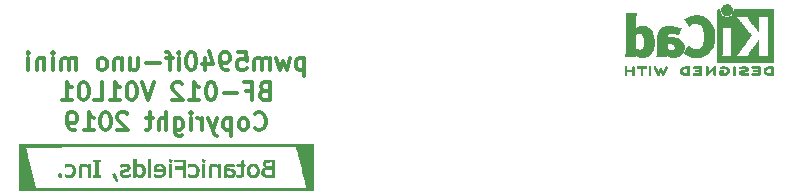
<source format=gbo>
G04 #@! TF.GenerationSoftware,KiCad,Pcbnew,(5.1.4)-1*
G04 #@! TF.CreationDate,2019-11-10T19:52:10+09:00*
G04 #@! TF.ProjectId,bf-012,62662d30-3132-42e6-9b69-6361645f7063,V01L01*
G04 #@! TF.SameCoordinates,Original*
G04 #@! TF.FileFunction,Legend,Bot*
G04 #@! TF.FilePolarity,Positive*
%FSLAX46Y46*%
G04 Gerber Fmt 4.6, Leading zero omitted, Abs format (unit mm)*
G04 Created by KiCad (PCBNEW (5.1.4)-1) date 2019-11-10 19:52:10*
%MOMM*%
%LPD*%
G04 APERTURE LIST*
%ADD10C,0.300000*%
%ADD11C,0.010000*%
G04 APERTURE END LIST*
D10*
X136646571Y-101903571D02*
X136646571Y-103403571D01*
X136646571Y-101975000D02*
X136503714Y-101903571D01*
X136218000Y-101903571D01*
X136075142Y-101975000D01*
X136003714Y-102046428D01*
X135932285Y-102189285D01*
X135932285Y-102617857D01*
X136003714Y-102760714D01*
X136075142Y-102832142D01*
X136218000Y-102903571D01*
X136503714Y-102903571D01*
X136646571Y-102832142D01*
X135432285Y-101903571D02*
X135146571Y-102903571D01*
X134860857Y-102189285D01*
X134575142Y-102903571D01*
X134289428Y-101903571D01*
X133718000Y-102903571D02*
X133718000Y-101903571D01*
X133718000Y-102046428D02*
X133646571Y-101975000D01*
X133503714Y-101903571D01*
X133289428Y-101903571D01*
X133146571Y-101975000D01*
X133075142Y-102117857D01*
X133075142Y-102903571D01*
X133075142Y-102117857D02*
X133003714Y-101975000D01*
X132860857Y-101903571D01*
X132646571Y-101903571D01*
X132503714Y-101975000D01*
X132432285Y-102117857D01*
X132432285Y-102903571D01*
X131003714Y-101403571D02*
X131718000Y-101403571D01*
X131789428Y-102117857D01*
X131718000Y-102046428D01*
X131575142Y-101975000D01*
X131218000Y-101975000D01*
X131075142Y-102046428D01*
X131003714Y-102117857D01*
X130932285Y-102260714D01*
X130932285Y-102617857D01*
X131003714Y-102760714D01*
X131075142Y-102832142D01*
X131218000Y-102903571D01*
X131575142Y-102903571D01*
X131718000Y-102832142D01*
X131789428Y-102760714D01*
X130218000Y-102903571D02*
X129932285Y-102903571D01*
X129789428Y-102832142D01*
X129718000Y-102760714D01*
X129575142Y-102546428D01*
X129503714Y-102260714D01*
X129503714Y-101689285D01*
X129575142Y-101546428D01*
X129646571Y-101475000D01*
X129789428Y-101403571D01*
X130075142Y-101403571D01*
X130218000Y-101475000D01*
X130289428Y-101546428D01*
X130360857Y-101689285D01*
X130360857Y-102046428D01*
X130289428Y-102189285D01*
X130218000Y-102260714D01*
X130075142Y-102332142D01*
X129789428Y-102332142D01*
X129646571Y-102260714D01*
X129575142Y-102189285D01*
X129503714Y-102046428D01*
X128218000Y-101903571D02*
X128218000Y-102903571D01*
X128575142Y-101332142D02*
X128932285Y-102403571D01*
X128003714Y-102403571D01*
X127146571Y-101403571D02*
X127003714Y-101403571D01*
X126860857Y-101475000D01*
X126789428Y-101546428D01*
X126718000Y-101689285D01*
X126646571Y-101975000D01*
X126646571Y-102332142D01*
X126718000Y-102617857D01*
X126789428Y-102760714D01*
X126860857Y-102832142D01*
X127003714Y-102903571D01*
X127146571Y-102903571D01*
X127289428Y-102832142D01*
X127360857Y-102760714D01*
X127432285Y-102617857D01*
X127503714Y-102332142D01*
X127503714Y-101975000D01*
X127432285Y-101689285D01*
X127360857Y-101546428D01*
X127289428Y-101475000D01*
X127146571Y-101403571D01*
X126003714Y-102903571D02*
X126003714Y-101903571D01*
X126003714Y-101403571D02*
X126075142Y-101475000D01*
X126003714Y-101546428D01*
X125932285Y-101475000D01*
X126003714Y-101403571D01*
X126003714Y-101546428D01*
X125503714Y-101903571D02*
X124932285Y-101903571D01*
X125289428Y-102903571D02*
X125289428Y-101617857D01*
X125218000Y-101475000D01*
X125075142Y-101403571D01*
X124932285Y-101403571D01*
X124432285Y-102332142D02*
X123289428Y-102332142D01*
X121932285Y-101903571D02*
X121932285Y-102903571D01*
X122575142Y-101903571D02*
X122575142Y-102689285D01*
X122503714Y-102832142D01*
X122360857Y-102903571D01*
X122146571Y-102903571D01*
X122003714Y-102832142D01*
X121932285Y-102760714D01*
X121218000Y-101903571D02*
X121218000Y-102903571D01*
X121218000Y-102046428D02*
X121146571Y-101975000D01*
X121003714Y-101903571D01*
X120789428Y-101903571D01*
X120646571Y-101975000D01*
X120575142Y-102117857D01*
X120575142Y-102903571D01*
X119646571Y-102903571D02*
X119789428Y-102832142D01*
X119860857Y-102760714D01*
X119932285Y-102617857D01*
X119932285Y-102189285D01*
X119860857Y-102046428D01*
X119789428Y-101975000D01*
X119646571Y-101903571D01*
X119432285Y-101903571D01*
X119289428Y-101975000D01*
X119218000Y-102046428D01*
X119146571Y-102189285D01*
X119146571Y-102617857D01*
X119218000Y-102760714D01*
X119289428Y-102832142D01*
X119432285Y-102903571D01*
X119646571Y-102903571D01*
X117360857Y-102903571D02*
X117360857Y-101903571D01*
X117360857Y-102046428D02*
X117289428Y-101975000D01*
X117146571Y-101903571D01*
X116932285Y-101903571D01*
X116789428Y-101975000D01*
X116718000Y-102117857D01*
X116718000Y-102903571D01*
X116718000Y-102117857D02*
X116646571Y-101975000D01*
X116503714Y-101903571D01*
X116289428Y-101903571D01*
X116146571Y-101975000D01*
X116075142Y-102117857D01*
X116075142Y-102903571D01*
X115360857Y-102903571D02*
X115360857Y-101903571D01*
X115360857Y-101403571D02*
X115432285Y-101475000D01*
X115360857Y-101546428D01*
X115289428Y-101475000D01*
X115360857Y-101403571D01*
X115360857Y-101546428D01*
X114646571Y-101903571D02*
X114646571Y-102903571D01*
X114646571Y-102046428D02*
X114575142Y-101975000D01*
X114432285Y-101903571D01*
X114218000Y-101903571D01*
X114075142Y-101975000D01*
X114003714Y-102117857D01*
X114003714Y-102903571D01*
X113289428Y-102903571D02*
X113289428Y-101903571D01*
X113289428Y-101403571D02*
X113360857Y-101475000D01*
X113289428Y-101546428D01*
X113218000Y-101475000D01*
X113289428Y-101403571D01*
X113289428Y-101546428D01*
X133253714Y-104667857D02*
X133039428Y-104739285D01*
X132968000Y-104810714D01*
X132896571Y-104953571D01*
X132896571Y-105167857D01*
X132968000Y-105310714D01*
X133039428Y-105382142D01*
X133182285Y-105453571D01*
X133753714Y-105453571D01*
X133753714Y-103953571D01*
X133253714Y-103953571D01*
X133110857Y-104025000D01*
X133039428Y-104096428D01*
X132968000Y-104239285D01*
X132968000Y-104382142D01*
X133039428Y-104525000D01*
X133110857Y-104596428D01*
X133253714Y-104667857D01*
X133753714Y-104667857D01*
X131753714Y-104667857D02*
X132253714Y-104667857D01*
X132253714Y-105453571D02*
X132253714Y-103953571D01*
X131539428Y-103953571D01*
X130968000Y-104882142D02*
X129825142Y-104882142D01*
X128825142Y-103953571D02*
X128682285Y-103953571D01*
X128539428Y-104025000D01*
X128468000Y-104096428D01*
X128396571Y-104239285D01*
X128325142Y-104525000D01*
X128325142Y-104882142D01*
X128396571Y-105167857D01*
X128468000Y-105310714D01*
X128539428Y-105382142D01*
X128682285Y-105453571D01*
X128825142Y-105453571D01*
X128968000Y-105382142D01*
X129039428Y-105310714D01*
X129110857Y-105167857D01*
X129182285Y-104882142D01*
X129182285Y-104525000D01*
X129110857Y-104239285D01*
X129039428Y-104096428D01*
X128968000Y-104025000D01*
X128825142Y-103953571D01*
X126896571Y-105453571D02*
X127753714Y-105453571D01*
X127325142Y-105453571D02*
X127325142Y-103953571D01*
X127468000Y-104167857D01*
X127610857Y-104310714D01*
X127753714Y-104382142D01*
X126325142Y-104096428D02*
X126253714Y-104025000D01*
X126110857Y-103953571D01*
X125753714Y-103953571D01*
X125610857Y-104025000D01*
X125539428Y-104096428D01*
X125468000Y-104239285D01*
X125468000Y-104382142D01*
X125539428Y-104596428D01*
X126396571Y-105453571D01*
X125468000Y-105453571D01*
X123896571Y-103953571D02*
X123396571Y-105453571D01*
X122896571Y-103953571D01*
X122110857Y-103953571D02*
X121968000Y-103953571D01*
X121825142Y-104025000D01*
X121753714Y-104096428D01*
X121682285Y-104239285D01*
X121610857Y-104525000D01*
X121610857Y-104882142D01*
X121682285Y-105167857D01*
X121753714Y-105310714D01*
X121825142Y-105382142D01*
X121968000Y-105453571D01*
X122110857Y-105453571D01*
X122253714Y-105382142D01*
X122325142Y-105310714D01*
X122396571Y-105167857D01*
X122468000Y-104882142D01*
X122468000Y-104525000D01*
X122396571Y-104239285D01*
X122325142Y-104096428D01*
X122253714Y-104025000D01*
X122110857Y-103953571D01*
X120182285Y-105453571D02*
X121039428Y-105453571D01*
X120610857Y-105453571D02*
X120610857Y-103953571D01*
X120753714Y-104167857D01*
X120896571Y-104310714D01*
X121039428Y-104382142D01*
X118825142Y-105453571D02*
X119539428Y-105453571D01*
X119539428Y-103953571D01*
X118039428Y-103953571D02*
X117896571Y-103953571D01*
X117753714Y-104025000D01*
X117682285Y-104096428D01*
X117610857Y-104239285D01*
X117539428Y-104525000D01*
X117539428Y-104882142D01*
X117610857Y-105167857D01*
X117682285Y-105310714D01*
X117753714Y-105382142D01*
X117896571Y-105453571D01*
X118039428Y-105453571D01*
X118182285Y-105382142D01*
X118253714Y-105310714D01*
X118325142Y-105167857D01*
X118396571Y-104882142D01*
X118396571Y-104525000D01*
X118325142Y-104239285D01*
X118253714Y-104096428D01*
X118182285Y-104025000D01*
X118039428Y-103953571D01*
X116110857Y-105453571D02*
X116968000Y-105453571D01*
X116539428Y-105453571D02*
X116539428Y-103953571D01*
X116682285Y-104167857D01*
X116825142Y-104310714D01*
X116968000Y-104382142D01*
X132468000Y-107860714D02*
X132539428Y-107932142D01*
X132753714Y-108003571D01*
X132896571Y-108003571D01*
X133110857Y-107932142D01*
X133253714Y-107789285D01*
X133325142Y-107646428D01*
X133396571Y-107360714D01*
X133396571Y-107146428D01*
X133325142Y-106860714D01*
X133253714Y-106717857D01*
X133110857Y-106575000D01*
X132896571Y-106503571D01*
X132753714Y-106503571D01*
X132539428Y-106575000D01*
X132468000Y-106646428D01*
X131610857Y-108003571D02*
X131753714Y-107932142D01*
X131825142Y-107860714D01*
X131896571Y-107717857D01*
X131896571Y-107289285D01*
X131825142Y-107146428D01*
X131753714Y-107075000D01*
X131610857Y-107003571D01*
X131396571Y-107003571D01*
X131253714Y-107075000D01*
X131182285Y-107146428D01*
X131110857Y-107289285D01*
X131110857Y-107717857D01*
X131182285Y-107860714D01*
X131253714Y-107932142D01*
X131396571Y-108003571D01*
X131610857Y-108003571D01*
X130468000Y-107003571D02*
X130468000Y-108503571D01*
X130468000Y-107075000D02*
X130325142Y-107003571D01*
X130039428Y-107003571D01*
X129896571Y-107075000D01*
X129825142Y-107146428D01*
X129753714Y-107289285D01*
X129753714Y-107717857D01*
X129825142Y-107860714D01*
X129896571Y-107932142D01*
X130039428Y-108003571D01*
X130325142Y-108003571D01*
X130468000Y-107932142D01*
X129253714Y-107003571D02*
X128896571Y-108003571D01*
X128539428Y-107003571D02*
X128896571Y-108003571D01*
X129039428Y-108360714D01*
X129110857Y-108432142D01*
X129253714Y-108503571D01*
X127968000Y-108003571D02*
X127968000Y-107003571D01*
X127968000Y-107289285D02*
X127896571Y-107146428D01*
X127825142Y-107075000D01*
X127682285Y-107003571D01*
X127539428Y-107003571D01*
X127039428Y-108003571D02*
X127039428Y-107003571D01*
X127039428Y-106503571D02*
X127110857Y-106575000D01*
X127039428Y-106646428D01*
X126968000Y-106575000D01*
X127039428Y-106503571D01*
X127039428Y-106646428D01*
X125682285Y-107003571D02*
X125682285Y-108217857D01*
X125753714Y-108360714D01*
X125825142Y-108432142D01*
X125968000Y-108503571D01*
X126182285Y-108503571D01*
X126325142Y-108432142D01*
X125682285Y-107932142D02*
X125825142Y-108003571D01*
X126110857Y-108003571D01*
X126253714Y-107932142D01*
X126325142Y-107860714D01*
X126396571Y-107717857D01*
X126396571Y-107289285D01*
X126325142Y-107146428D01*
X126253714Y-107075000D01*
X126110857Y-107003571D01*
X125825142Y-107003571D01*
X125682285Y-107075000D01*
X124968000Y-108003571D02*
X124968000Y-106503571D01*
X124325142Y-108003571D02*
X124325142Y-107217857D01*
X124396571Y-107075000D01*
X124539428Y-107003571D01*
X124753714Y-107003571D01*
X124896571Y-107075000D01*
X124968000Y-107146428D01*
X123825142Y-107003571D02*
X123253714Y-107003571D01*
X123610857Y-106503571D02*
X123610857Y-107789285D01*
X123539428Y-107932142D01*
X123396571Y-108003571D01*
X123253714Y-108003571D01*
X121682285Y-106646428D02*
X121610857Y-106575000D01*
X121468000Y-106503571D01*
X121110857Y-106503571D01*
X120968000Y-106575000D01*
X120896571Y-106646428D01*
X120825142Y-106789285D01*
X120825142Y-106932142D01*
X120896571Y-107146428D01*
X121753714Y-108003571D01*
X120825142Y-108003571D01*
X119896571Y-106503571D02*
X119753714Y-106503571D01*
X119610857Y-106575000D01*
X119539428Y-106646428D01*
X119468000Y-106789285D01*
X119396571Y-107075000D01*
X119396571Y-107432142D01*
X119468000Y-107717857D01*
X119539428Y-107860714D01*
X119610857Y-107932142D01*
X119753714Y-108003571D01*
X119896571Y-108003571D01*
X120039428Y-107932142D01*
X120110857Y-107860714D01*
X120182285Y-107717857D01*
X120253714Y-107432142D01*
X120253714Y-107075000D01*
X120182285Y-106789285D01*
X120110857Y-106646428D01*
X120039428Y-106575000D01*
X119896571Y-106503571D01*
X117968000Y-108003571D02*
X118825142Y-108003571D01*
X118396571Y-108003571D02*
X118396571Y-106503571D01*
X118539428Y-106717857D01*
X118682285Y-106860714D01*
X118825142Y-106932142D01*
X117253714Y-108003571D02*
X116968000Y-108003571D01*
X116825142Y-107932142D01*
X116753714Y-107860714D01*
X116610857Y-107646428D01*
X116539428Y-107360714D01*
X116539428Y-106789285D01*
X116610857Y-106646428D01*
X116682285Y-106575000D01*
X116825142Y-106503571D01*
X117110857Y-106503571D01*
X117253714Y-106575000D01*
X117325142Y-106646428D01*
X117396571Y-106789285D01*
X117396571Y-107146428D01*
X117325142Y-107289285D01*
X117253714Y-107360714D01*
X117110857Y-107432142D01*
X116825142Y-107432142D01*
X116682285Y-107360714D01*
X116610857Y-107289285D01*
X116539428Y-107146428D01*
D11*
G36*
X125233773Y-110482041D02*
G01*
X125209018Y-110519288D01*
X125206125Y-110569375D01*
X125215802Y-110638996D01*
X125256945Y-110668395D01*
X125293619Y-110674688D01*
X125371296Y-110666208D01*
X125399491Y-110636855D01*
X125412099Y-110547337D01*
X125373229Y-110490857D01*
X125300941Y-110474125D01*
X125233773Y-110482041D01*
X125233773Y-110482041D01*
G37*
X125233773Y-110482041D02*
X125209018Y-110519288D01*
X125206125Y-110569375D01*
X125215802Y-110638996D01*
X125256945Y-110668395D01*
X125293619Y-110674688D01*
X125371296Y-110666208D01*
X125399491Y-110636855D01*
X125412099Y-110547337D01*
X125373229Y-110490857D01*
X125300941Y-110474125D01*
X125233773Y-110482041D01*
G36*
X128027773Y-110482041D02*
G01*
X128003018Y-110519288D01*
X128000125Y-110569375D01*
X128009802Y-110638996D01*
X128050945Y-110668395D01*
X128087619Y-110674688D01*
X128165296Y-110666208D01*
X128193491Y-110636855D01*
X128206099Y-110547337D01*
X128167229Y-110490857D01*
X128094941Y-110474125D01*
X128027773Y-110482041D01*
X128027773Y-110482041D01*
G37*
X128027773Y-110482041D02*
X128003018Y-110519288D01*
X128000125Y-110569375D01*
X128009802Y-110638996D01*
X128050945Y-110668395D01*
X128087619Y-110674688D01*
X128165296Y-110666208D01*
X128193491Y-110636855D01*
X128206099Y-110547337D01*
X128167229Y-110490857D01*
X128094941Y-110474125D01*
X128027773Y-110482041D01*
G36*
X115866845Y-111667800D02*
G01*
X115834513Y-111688471D01*
X115824686Y-111744045D01*
X115824000Y-111807625D01*
X115826373Y-111895413D01*
X115842450Y-111936984D01*
X115885674Y-111949618D01*
X115935125Y-111950500D01*
X116003406Y-111947449D01*
X116035738Y-111926778D01*
X116045565Y-111871204D01*
X116046250Y-111807625D01*
X116043878Y-111719836D01*
X116027801Y-111678265D01*
X115984577Y-111665631D01*
X115935125Y-111664750D01*
X115866845Y-111667800D01*
X115866845Y-111667800D01*
G37*
X115866845Y-111667800D02*
X115834513Y-111688471D01*
X115824686Y-111744045D01*
X115824000Y-111807625D01*
X115826373Y-111895413D01*
X115842450Y-111936984D01*
X115885674Y-111949618D01*
X115935125Y-111950500D01*
X116003406Y-111947449D01*
X116035738Y-111926778D01*
X116045565Y-111871204D01*
X116046250Y-111807625D01*
X116043878Y-111719836D01*
X116027801Y-111678265D01*
X115984577Y-111665631D01*
X115935125Y-111664750D01*
X115866845Y-111667800D01*
G36*
X117745416Y-110860450D02*
G01*
X117677235Y-110908333D01*
X117623091Y-110977794D01*
X117584308Y-111068016D01*
X117558809Y-111189310D01*
X117544518Y-111351988D01*
X117539357Y-111566362D01*
X117539258Y-111593312D01*
X117538500Y-111950500D01*
X117723954Y-111950500D01*
X117734415Y-111540980D01*
X117740099Y-111366707D01*
X117747896Y-111244157D01*
X117759560Y-111161556D01*
X117776845Y-111107129D01*
X117801505Y-111069100D01*
X117805359Y-111064730D01*
X117887796Y-111010094D01*
X117995173Y-111005389D01*
X118134044Y-111050608D01*
X118163476Y-111064332D01*
X118300500Y-111130664D01*
X118300500Y-111950500D01*
X118492500Y-111950500D01*
X118483813Y-111402812D01*
X118475125Y-110855125D01*
X118387813Y-110845078D01*
X118323560Y-110847058D01*
X118301519Y-110881476D01*
X118300500Y-110900641D01*
X118297870Y-110946694D01*
X118280876Y-110961064D01*
X118235861Y-110943451D01*
X118155787Y-110897458D01*
X118014244Y-110840306D01*
X117871628Y-110828103D01*
X117745416Y-110860450D01*
X117745416Y-110860450D01*
G37*
X117745416Y-110860450D02*
X117677235Y-110908333D01*
X117623091Y-110977794D01*
X117584308Y-111068016D01*
X117558809Y-111189310D01*
X117544518Y-111351988D01*
X117539357Y-111566362D01*
X117539258Y-111593312D01*
X117538500Y-111950500D01*
X117723954Y-111950500D01*
X117734415Y-111540980D01*
X117740099Y-111366707D01*
X117747896Y-111244157D01*
X117759560Y-111161556D01*
X117776845Y-111107129D01*
X117801505Y-111069100D01*
X117805359Y-111064730D01*
X117887796Y-111010094D01*
X117995173Y-111005389D01*
X118134044Y-111050608D01*
X118163476Y-111064332D01*
X118300500Y-111130664D01*
X118300500Y-111950500D01*
X118492500Y-111950500D01*
X118483813Y-111402812D01*
X118475125Y-110855125D01*
X118387813Y-110845078D01*
X118323560Y-110847058D01*
X118301519Y-110881476D01*
X118300500Y-110900641D01*
X118297870Y-110946694D01*
X118280876Y-110961064D01*
X118235861Y-110943451D01*
X118155787Y-110897458D01*
X118014244Y-110840306D01*
X117871628Y-110828103D01*
X117745416Y-110860450D01*
G36*
X118927232Y-110490632D02*
G01*
X118843243Y-110494790D01*
X118798315Y-110505871D01*
X118780229Y-110527266D01*
X118776764Y-110562372D01*
X118776750Y-110569375D01*
X118787002Y-110626102D01*
X118830580Y-110646854D01*
X118872000Y-110648750D01*
X118967250Y-110648750D01*
X118967250Y-111791750D01*
X118872000Y-111791750D01*
X118803928Y-111800292D01*
X118779025Y-111836607D01*
X118776750Y-111871125D01*
X118779026Y-111908699D01*
X118793998Y-111932029D01*
X118833887Y-111944509D01*
X118910911Y-111949533D01*
X119037292Y-111950496D01*
X119062500Y-111950500D01*
X119197769Y-111949867D01*
X119281758Y-111945709D01*
X119326686Y-111934628D01*
X119344772Y-111913233D01*
X119348237Y-111878127D01*
X119348250Y-111871125D01*
X119337999Y-111814397D01*
X119294421Y-111793645D01*
X119253000Y-111791750D01*
X119157750Y-111791750D01*
X119157750Y-110648750D01*
X119253000Y-110648750D01*
X119321073Y-110640207D01*
X119345976Y-110603892D01*
X119348250Y-110569375D01*
X119345975Y-110531800D01*
X119331003Y-110508470D01*
X119291114Y-110495990D01*
X119214090Y-110490966D01*
X119087709Y-110490003D01*
X119062500Y-110490000D01*
X118927232Y-110490632D01*
X118927232Y-110490632D01*
G37*
X118927232Y-110490632D02*
X118843243Y-110494790D01*
X118798315Y-110505871D01*
X118780229Y-110527266D01*
X118776764Y-110562372D01*
X118776750Y-110569375D01*
X118787002Y-110626102D01*
X118830580Y-110646854D01*
X118872000Y-110648750D01*
X118967250Y-110648750D01*
X118967250Y-111791750D01*
X118872000Y-111791750D01*
X118803928Y-111800292D01*
X118779025Y-111836607D01*
X118776750Y-111871125D01*
X118779026Y-111908699D01*
X118793998Y-111932029D01*
X118833887Y-111944509D01*
X118910911Y-111949533D01*
X119037292Y-111950496D01*
X119062500Y-111950500D01*
X119197769Y-111949867D01*
X119281758Y-111945709D01*
X119326686Y-111934628D01*
X119344772Y-111913233D01*
X119348237Y-111878127D01*
X119348250Y-111871125D01*
X119337999Y-111814397D01*
X119294421Y-111793645D01*
X119253000Y-111791750D01*
X119157750Y-111791750D01*
X119157750Y-110648750D01*
X119253000Y-110648750D01*
X119321073Y-110640207D01*
X119345976Y-110603892D01*
X119348250Y-110569375D01*
X119345975Y-110531800D01*
X119331003Y-110508470D01*
X119291114Y-110495990D01*
X119214090Y-110490966D01*
X119087709Y-110490003D01*
X119062500Y-110490000D01*
X118927232Y-110490632D01*
G36*
X123412250Y-111950500D02*
G01*
X123602750Y-111950500D01*
X123602750Y-110426500D01*
X123412250Y-110426500D01*
X123412250Y-111950500D01*
X123412250Y-111950500D01*
G37*
X123412250Y-111950500D02*
X123602750Y-111950500D01*
X123602750Y-110426500D01*
X123412250Y-110426500D01*
X123412250Y-111950500D01*
G36*
X125293438Y-110845078D02*
G01*
X125206125Y-110855125D01*
X125197438Y-111402812D01*
X125188751Y-111950500D01*
X125380750Y-111950500D01*
X125380750Y-110835032D01*
X125293438Y-110845078D01*
X125293438Y-110845078D01*
G37*
X125293438Y-110845078D02*
X125206125Y-110855125D01*
X125197438Y-111402812D01*
X125188751Y-111950500D01*
X125380750Y-111950500D01*
X125380750Y-110835032D01*
X125293438Y-110845078D01*
G36*
X125603000Y-110648750D02*
G01*
X126365000Y-110648750D01*
X126365000Y-111061500D01*
X125730000Y-111061500D01*
X125730000Y-111252000D01*
X126365000Y-111252000D01*
X126365000Y-111950500D01*
X126555500Y-111950500D01*
X126555500Y-110490000D01*
X125603000Y-110490000D01*
X125603000Y-110648750D01*
X125603000Y-110648750D01*
G37*
X125603000Y-110648750D02*
X126365000Y-110648750D01*
X126365000Y-111061500D01*
X125730000Y-111061500D01*
X125730000Y-111252000D01*
X126365000Y-111252000D01*
X126365000Y-111950500D01*
X126555500Y-111950500D01*
X126555500Y-110490000D01*
X125603000Y-110490000D01*
X125603000Y-110648750D01*
G36*
X128087438Y-110845078D02*
G01*
X128000125Y-110855125D01*
X127991438Y-111402812D01*
X127982751Y-111950500D01*
X128174750Y-111950500D01*
X128174750Y-110835032D01*
X128087438Y-110845078D01*
X128087438Y-110845078D01*
G37*
X128087438Y-110845078D02*
X128000125Y-110855125D01*
X127991438Y-111402812D01*
X127982751Y-111950500D01*
X128174750Y-111950500D01*
X128174750Y-110835032D01*
X128087438Y-110845078D01*
G36*
X128762666Y-110860450D02*
G01*
X128694485Y-110908333D01*
X128640341Y-110977794D01*
X128601558Y-111068016D01*
X128576059Y-111189310D01*
X128561768Y-111351988D01*
X128556607Y-111566362D01*
X128556508Y-111593312D01*
X128555750Y-111950500D01*
X128741204Y-111950500D01*
X128751665Y-111540980D01*
X128757349Y-111366707D01*
X128765146Y-111244157D01*
X128776810Y-111161556D01*
X128794095Y-111107129D01*
X128818755Y-111069100D01*
X128822609Y-111064730D01*
X128905046Y-111010094D01*
X129012423Y-111005389D01*
X129151294Y-111050608D01*
X129180726Y-111064332D01*
X129317750Y-111130664D01*
X129317750Y-111950500D01*
X129509750Y-111950500D01*
X129501063Y-111402812D01*
X129492375Y-110855125D01*
X129405063Y-110845078D01*
X129340810Y-110847058D01*
X129318769Y-110881476D01*
X129317750Y-110900641D01*
X129315120Y-110946694D01*
X129298126Y-110961064D01*
X129253111Y-110943451D01*
X129173037Y-110897458D01*
X129031494Y-110840306D01*
X128888878Y-110828103D01*
X128762666Y-110860450D01*
X128762666Y-110860450D01*
G37*
X128762666Y-110860450D02*
X128694485Y-110908333D01*
X128640341Y-110977794D01*
X128601558Y-111068016D01*
X128576059Y-111189310D01*
X128561768Y-111351988D01*
X128556607Y-111566362D01*
X128556508Y-111593312D01*
X128555750Y-111950500D01*
X128741204Y-111950500D01*
X128751665Y-111540980D01*
X128757349Y-111366707D01*
X128765146Y-111244157D01*
X128776810Y-111161556D01*
X128794095Y-111107129D01*
X128818755Y-111069100D01*
X128822609Y-111064730D01*
X128905046Y-111010094D01*
X129012423Y-111005389D01*
X129151294Y-111050608D01*
X129180726Y-111064332D01*
X129317750Y-111130664D01*
X129317750Y-111950500D01*
X129509750Y-111950500D01*
X129501063Y-111402812D01*
X129492375Y-110855125D01*
X129405063Y-110845078D01*
X129340810Y-110847058D01*
X129318769Y-110881476D01*
X129317750Y-110900641D01*
X129315120Y-110946694D01*
X129298126Y-110961064D01*
X129253111Y-110943451D01*
X129173037Y-110897458D01*
X129031494Y-110840306D01*
X128888878Y-110828103D01*
X128762666Y-110860450D01*
G36*
X133549041Y-110495768D02*
G01*
X133392417Y-110514794D01*
X133281092Y-110549655D01*
X133206417Y-110602932D01*
X133163900Y-110667649D01*
X133127881Y-110809139D01*
X133152679Y-110937540D01*
X133217365Y-111028999D01*
X133306980Y-111118613D01*
X133202925Y-111168233D01*
X133097780Y-111250567D01*
X133030716Y-111368633D01*
X133004594Y-111505327D01*
X133022276Y-111643545D01*
X133086622Y-111766182D01*
X133100261Y-111781943D01*
X133175584Y-111850540D01*
X133262329Y-111898422D01*
X133373008Y-111928855D01*
X133520132Y-111945104D01*
X133716211Y-111950438D01*
X133745856Y-111950500D01*
X134112000Y-111950500D01*
X134112000Y-111252000D01*
X133921500Y-111252000D01*
X133921500Y-111791750D01*
X133698231Y-111791750D01*
X133565703Y-111785003D01*
X133442903Y-111767376D01*
X133364654Y-111745660D01*
X133261002Y-111672966D01*
X133209907Y-111566416D01*
X133212161Y-111441133D01*
X133247674Y-111357683D01*
X133320120Y-111300529D01*
X133436937Y-111266569D01*
X133605563Y-111252704D01*
X133665924Y-111252000D01*
X133921500Y-111252000D01*
X134112000Y-111252000D01*
X134112000Y-111061500D01*
X133921500Y-111061500D01*
X133689444Y-111061500D01*
X133548945Y-111055370D01*
X133445170Y-111038426D01*
X133400727Y-111020068D01*
X133360815Y-110958705D01*
X133341511Y-110866427D01*
X133345296Y-110772616D01*
X133374289Y-110707011D01*
X133421800Y-110687923D01*
X133514774Y-110670330D01*
X133635201Y-110657419D01*
X133666334Y-110655362D01*
X133921500Y-110640591D01*
X133921500Y-111061500D01*
X134112000Y-111061500D01*
X134112000Y-110490000D01*
X133759611Y-110489999D01*
X133549041Y-110495768D01*
X133549041Y-110495768D01*
G37*
X133549041Y-110495768D02*
X133392417Y-110514794D01*
X133281092Y-110549655D01*
X133206417Y-110602932D01*
X133163900Y-110667649D01*
X133127881Y-110809139D01*
X133152679Y-110937540D01*
X133217365Y-111028999D01*
X133306980Y-111118613D01*
X133202925Y-111168233D01*
X133097780Y-111250567D01*
X133030716Y-111368633D01*
X133004594Y-111505327D01*
X133022276Y-111643545D01*
X133086622Y-111766182D01*
X133100261Y-111781943D01*
X133175584Y-111850540D01*
X133262329Y-111898422D01*
X133373008Y-111928855D01*
X133520132Y-111945104D01*
X133716211Y-111950438D01*
X133745856Y-111950500D01*
X134112000Y-111950500D01*
X134112000Y-111252000D01*
X133921500Y-111252000D01*
X133921500Y-111791750D01*
X133698231Y-111791750D01*
X133565703Y-111785003D01*
X133442903Y-111767376D01*
X133364654Y-111745660D01*
X133261002Y-111672966D01*
X133209907Y-111566416D01*
X133212161Y-111441133D01*
X133247674Y-111357683D01*
X133320120Y-111300529D01*
X133436937Y-111266569D01*
X133605563Y-111252704D01*
X133665924Y-111252000D01*
X133921500Y-111252000D01*
X134112000Y-111252000D01*
X134112000Y-111061500D01*
X133921500Y-111061500D01*
X133689444Y-111061500D01*
X133548945Y-111055370D01*
X133445170Y-111038426D01*
X133400727Y-111020068D01*
X133360815Y-110958705D01*
X133341511Y-110866427D01*
X133345296Y-110772616D01*
X133374289Y-110707011D01*
X133421800Y-110687923D01*
X133514774Y-110670330D01*
X133635201Y-110657419D01*
X133666334Y-110655362D01*
X133921500Y-110640591D01*
X133921500Y-111061500D01*
X134112000Y-111061500D01*
X134112000Y-110490000D01*
X133759611Y-110489999D01*
X133549041Y-110495768D01*
G36*
X116496702Y-110864305D02*
G01*
X116478434Y-110869825D01*
X116402039Y-110902277D01*
X116369885Y-110945726D01*
X116363750Y-111012914D01*
X116363750Y-111118154D01*
X116481589Y-111058077D01*
X116641793Y-111004054D01*
X116785878Y-111007086D01*
X116906303Y-111061310D01*
X116995531Y-111160864D01*
X117046020Y-111299885D01*
X117050231Y-111472510D01*
X117046904Y-111497667D01*
X116999679Y-111652356D01*
X116914781Y-111757528D01*
X116796990Y-111810887D01*
X116651087Y-111810139D01*
X116498688Y-111760855D01*
X116363750Y-111699604D01*
X116363750Y-111794922D01*
X116374965Y-111865010D01*
X116420226Y-111910377D01*
X116473856Y-111936245D01*
X116622031Y-111973358D01*
X116785873Y-111976327D01*
X116933169Y-111945052D01*
X116951125Y-111937720D01*
X117083511Y-111846771D01*
X117179886Y-111714528D01*
X117236442Y-111554427D01*
X117249371Y-111379904D01*
X117214865Y-111204393D01*
X117181313Y-111125648D01*
X117119973Y-111027561D01*
X117049661Y-110945230D01*
X117023880Y-110923205D01*
X116920760Y-110876353D01*
X116781733Y-110849276D01*
X116631984Y-110844439D01*
X116496702Y-110864305D01*
X116496702Y-110864305D01*
G37*
X116496702Y-110864305D02*
X116478434Y-110869825D01*
X116402039Y-110902277D01*
X116369885Y-110945726D01*
X116363750Y-111012914D01*
X116363750Y-111118154D01*
X116481589Y-111058077D01*
X116641793Y-111004054D01*
X116785878Y-111007086D01*
X116906303Y-111061310D01*
X116995531Y-111160864D01*
X117046020Y-111299885D01*
X117050231Y-111472510D01*
X117046904Y-111497667D01*
X116999679Y-111652356D01*
X116914781Y-111757528D01*
X116796990Y-111810887D01*
X116651087Y-111810139D01*
X116498688Y-111760855D01*
X116363750Y-111699604D01*
X116363750Y-111794922D01*
X116374965Y-111865010D01*
X116420226Y-111910377D01*
X116473856Y-111936245D01*
X116622031Y-111973358D01*
X116785873Y-111976327D01*
X116933169Y-111945052D01*
X116951125Y-111937720D01*
X117083511Y-111846771D01*
X117179886Y-111714528D01*
X117236442Y-111554427D01*
X117249371Y-111379904D01*
X117214865Y-111204393D01*
X117181313Y-111125648D01*
X117119973Y-111027561D01*
X117049661Y-110945230D01*
X117023880Y-110923205D01*
X116920760Y-110876353D01*
X116781733Y-110849276D01*
X116631984Y-110844439D01*
X116496702Y-110864305D01*
G36*
X121290592Y-110842883D02*
G01*
X121173875Y-110864283D01*
X121102943Y-110897826D01*
X121073132Y-110959833D01*
X121068676Y-110992155D01*
X121067842Y-111064605D01*
X121091965Y-111087769D01*
X121151852Y-111066420D01*
X121189750Y-111045625D01*
X121268293Y-111018695D01*
X121377567Y-111001837D01*
X121434013Y-110999125D01*
X121539896Y-111003783D01*
X121603920Y-111024094D01*
X121647101Y-111066822D01*
X121647905Y-111067964D01*
X121679382Y-111128940D01*
X121666885Y-111181723D01*
X121653834Y-111202806D01*
X121591475Y-111258749D01*
X121519317Y-111291056D01*
X121426591Y-111314488D01*
X121317062Y-111341822D01*
X121299511Y-111346168D01*
X121158129Y-111400138D01*
X121071196Y-111481665D01*
X121033516Y-111596525D01*
X121031000Y-111644577D01*
X121051094Y-111766335D01*
X121117122Y-111861943D01*
X121237705Y-111943666D01*
X121243226Y-111946532D01*
X121331293Y-111970444D01*
X121456610Y-111979192D01*
X121594832Y-111973046D01*
X121721615Y-111952277D01*
X121761250Y-111940770D01*
X121838935Y-111904245D01*
X121873600Y-111851282D01*
X121882325Y-111799687D01*
X121885223Y-111729612D01*
X121878978Y-111696830D01*
X121877854Y-111696500D01*
X121842961Y-111708498D01*
X121770588Y-111738983D01*
X121725030Y-111759302D01*
X121589262Y-111803959D01*
X121451999Y-111821024D01*
X121334188Y-111809435D01*
X121272470Y-111782246D01*
X121228621Y-111712331D01*
X121226714Y-111647309D01*
X121236862Y-111597459D01*
X121262772Y-111563719D01*
X121318427Y-111537137D01*
X121417812Y-111508762D01*
X121459625Y-111498218D01*
X121582871Y-111462161D01*
X121690979Y-111421242D01*
X121759541Y-111384942D01*
X121837451Y-111292052D01*
X121866372Y-111178193D01*
X121848396Y-111060124D01*
X121785609Y-110954606D01*
X121697443Y-110886715D01*
X121587556Y-110852566D01*
X121443151Y-110837578D01*
X121290592Y-110842883D01*
X121290592Y-110842883D01*
G37*
X121290592Y-110842883D02*
X121173875Y-110864283D01*
X121102943Y-110897826D01*
X121073132Y-110959833D01*
X121068676Y-110992155D01*
X121067842Y-111064605D01*
X121091965Y-111087769D01*
X121151852Y-111066420D01*
X121189750Y-111045625D01*
X121268293Y-111018695D01*
X121377567Y-111001837D01*
X121434013Y-110999125D01*
X121539896Y-111003783D01*
X121603920Y-111024094D01*
X121647101Y-111066822D01*
X121647905Y-111067964D01*
X121679382Y-111128940D01*
X121666885Y-111181723D01*
X121653834Y-111202806D01*
X121591475Y-111258749D01*
X121519317Y-111291056D01*
X121426591Y-111314488D01*
X121317062Y-111341822D01*
X121299511Y-111346168D01*
X121158129Y-111400138D01*
X121071196Y-111481665D01*
X121033516Y-111596525D01*
X121031000Y-111644577D01*
X121051094Y-111766335D01*
X121117122Y-111861943D01*
X121237705Y-111943666D01*
X121243226Y-111946532D01*
X121331293Y-111970444D01*
X121456610Y-111979192D01*
X121594832Y-111973046D01*
X121721615Y-111952277D01*
X121761250Y-111940770D01*
X121838935Y-111904245D01*
X121873600Y-111851282D01*
X121882325Y-111799687D01*
X121885223Y-111729612D01*
X121878978Y-111696830D01*
X121877854Y-111696500D01*
X121842961Y-111708498D01*
X121770588Y-111738983D01*
X121725030Y-111759302D01*
X121589262Y-111803959D01*
X121451999Y-111821024D01*
X121334188Y-111809435D01*
X121272470Y-111782246D01*
X121228621Y-111712331D01*
X121226714Y-111647309D01*
X121236862Y-111597459D01*
X121262772Y-111563719D01*
X121318427Y-111537137D01*
X121417812Y-111508762D01*
X121459625Y-111498218D01*
X121582871Y-111462161D01*
X121690979Y-111421242D01*
X121759541Y-111384942D01*
X121837451Y-111292052D01*
X121866372Y-111178193D01*
X121848396Y-111060124D01*
X121785609Y-110954606D01*
X121697443Y-110886715D01*
X121587556Y-110852566D01*
X121443151Y-110837578D01*
X121290592Y-110842883D01*
G36*
X122174000Y-111950500D02*
G01*
X122269250Y-111950500D01*
X122342799Y-111937224D01*
X122364500Y-111906297D01*
X122376206Y-111883718D01*
X122419506Y-111892653D01*
X122482339Y-111922172D01*
X122593766Y-111961517D01*
X122717607Y-111981589D01*
X122739514Y-111982250D01*
X122841051Y-111972870D01*
X122918640Y-111935322D01*
X122983528Y-111877572D01*
X123082526Y-111740423D01*
X123138205Y-111580162D01*
X123147764Y-111469490D01*
X122953512Y-111469490D01*
X122928985Y-111612944D01*
X122881005Y-111728784D01*
X122866057Y-111750156D01*
X122793183Y-111794706D01*
X122683697Y-111804507D01*
X122553841Y-111780002D01*
X122451813Y-111738853D01*
X122412165Y-111716642D01*
X122386810Y-111689409D01*
X122372553Y-111643930D01*
X122366200Y-111566980D01*
X122364555Y-111445336D01*
X122364500Y-111377398D01*
X122365155Y-111232934D01*
X122369105Y-111139216D01*
X122379333Y-111083490D01*
X122398818Y-111053002D01*
X122430542Y-111035000D01*
X122445942Y-111028964D01*
X122604160Y-110996128D01*
X122741668Y-111021028D01*
X122851074Y-111099311D01*
X122924986Y-111226623D01*
X122949311Y-111325337D01*
X122953512Y-111469490D01*
X123147764Y-111469490D01*
X123152973Y-111409189D01*
X123129237Y-111239904D01*
X123069404Y-111084708D01*
X122975882Y-110956002D01*
X122851077Y-110866184D01*
X122782288Y-110840929D01*
X122663511Y-110827815D01*
X122531835Y-110839955D01*
X122420314Y-110873575D01*
X122399995Y-110884560D01*
X122380431Y-110874196D01*
X122368873Y-110810577D01*
X122364567Y-110689075D01*
X122364500Y-110666498D01*
X122364500Y-110426500D01*
X122174000Y-110426500D01*
X122174000Y-111950500D01*
X122174000Y-111950500D01*
G37*
X122174000Y-111950500D02*
X122269250Y-111950500D01*
X122342799Y-111937224D01*
X122364500Y-111906297D01*
X122376206Y-111883718D01*
X122419506Y-111892653D01*
X122482339Y-111922172D01*
X122593766Y-111961517D01*
X122717607Y-111981589D01*
X122739514Y-111982250D01*
X122841051Y-111972870D01*
X122918640Y-111935322D01*
X122983528Y-111877572D01*
X123082526Y-111740423D01*
X123138205Y-111580162D01*
X123147764Y-111469490D01*
X122953512Y-111469490D01*
X122928985Y-111612944D01*
X122881005Y-111728784D01*
X122866057Y-111750156D01*
X122793183Y-111794706D01*
X122683697Y-111804507D01*
X122553841Y-111780002D01*
X122451813Y-111738853D01*
X122412165Y-111716642D01*
X122386810Y-111689409D01*
X122372553Y-111643930D01*
X122366200Y-111566980D01*
X122364555Y-111445336D01*
X122364500Y-111377398D01*
X122365155Y-111232934D01*
X122369105Y-111139216D01*
X122379333Y-111083490D01*
X122398818Y-111053002D01*
X122430542Y-111035000D01*
X122445942Y-111028964D01*
X122604160Y-110996128D01*
X122741668Y-111021028D01*
X122851074Y-111099311D01*
X122924986Y-111226623D01*
X122949311Y-111325337D01*
X122953512Y-111469490D01*
X123147764Y-111469490D01*
X123152973Y-111409189D01*
X123129237Y-111239904D01*
X123069404Y-111084708D01*
X122975882Y-110956002D01*
X122851077Y-110866184D01*
X122782288Y-110840929D01*
X122663511Y-110827815D01*
X122531835Y-110839955D01*
X122420314Y-110873575D01*
X122399995Y-110884560D01*
X122380431Y-110874196D01*
X122368873Y-110810577D01*
X122364567Y-110689075D01*
X122364500Y-110666498D01*
X122364500Y-110426500D01*
X122174000Y-110426500D01*
X122174000Y-111950500D01*
G36*
X124231442Y-110840066D02*
G01*
X124089695Y-110900410D01*
X124029932Y-110948931D01*
X123967604Y-111041154D01*
X123918779Y-111165878D01*
X123893699Y-111292187D01*
X123894552Y-111357646D01*
X123901729Y-111386098D01*
X123920715Y-111405753D01*
X123962013Y-111418584D01*
X124036124Y-111426563D01*
X124153549Y-111431661D01*
X124309188Y-111435511D01*
X124461143Y-111440763D01*
X124587083Y-111448765D01*
X124675104Y-111458491D01*
X124713304Y-111468912D01*
X124714000Y-111470460D01*
X124704369Y-111516193D01*
X124681071Y-111590969D01*
X124679875Y-111594417D01*
X124610680Y-111703701D01*
X124499376Y-111777923D01*
X124359026Y-111813461D01*
X124202690Y-111806696D01*
X124066067Y-111764572D01*
X123916365Y-111698352D01*
X123926245Y-111797983D01*
X123945495Y-111871702D01*
X123997381Y-111916694D01*
X124047250Y-111937516D01*
X124234704Y-111976833D01*
X124429587Y-111969737D01*
X124606362Y-111917420D01*
X124619961Y-111910812D01*
X124749500Y-111812644D01*
X124840050Y-111677194D01*
X124890513Y-111518136D01*
X124899789Y-111349144D01*
X124881970Y-111259937D01*
X124713882Y-111259937D01*
X124684428Y-111269932D01*
X124604916Y-111277862D01*
X124488777Y-111282718D01*
X124396500Y-111283750D01*
X124251589Y-111282739D01*
X124158774Y-111278291D01*
X124106665Y-111268280D01*
X124083873Y-111250584D01*
X124079000Y-111224531D01*
X124105560Y-111139385D01*
X124171435Y-111056711D01*
X124255923Y-110999712D01*
X124288606Y-110989611D01*
X124427650Y-110990036D01*
X124554111Y-111038744D01*
X124647342Y-111127482D01*
X124652033Y-111134885D01*
X124692469Y-111207002D01*
X124713177Y-111255267D01*
X124713882Y-111259937D01*
X124881970Y-111259937D01*
X124866779Y-111183894D01*
X124790385Y-111036059D01*
X124697969Y-110940049D01*
X124552370Y-110859663D01*
X124391264Y-110826410D01*
X124231442Y-110840066D01*
X124231442Y-110840066D01*
G37*
X124231442Y-110840066D02*
X124089695Y-110900410D01*
X124029932Y-110948931D01*
X123967604Y-111041154D01*
X123918779Y-111165878D01*
X123893699Y-111292187D01*
X123894552Y-111357646D01*
X123901729Y-111386098D01*
X123920715Y-111405753D01*
X123962013Y-111418584D01*
X124036124Y-111426563D01*
X124153549Y-111431661D01*
X124309188Y-111435511D01*
X124461143Y-111440763D01*
X124587083Y-111448765D01*
X124675104Y-111458491D01*
X124713304Y-111468912D01*
X124714000Y-111470460D01*
X124704369Y-111516193D01*
X124681071Y-111590969D01*
X124679875Y-111594417D01*
X124610680Y-111703701D01*
X124499376Y-111777923D01*
X124359026Y-111813461D01*
X124202690Y-111806696D01*
X124066067Y-111764572D01*
X123916365Y-111698352D01*
X123926245Y-111797983D01*
X123945495Y-111871702D01*
X123997381Y-111916694D01*
X124047250Y-111937516D01*
X124234704Y-111976833D01*
X124429587Y-111969737D01*
X124606362Y-111917420D01*
X124619961Y-111910812D01*
X124749500Y-111812644D01*
X124840050Y-111677194D01*
X124890513Y-111518136D01*
X124899789Y-111349144D01*
X124881970Y-111259937D01*
X124713882Y-111259937D01*
X124684428Y-111269932D01*
X124604916Y-111277862D01*
X124488777Y-111282718D01*
X124396500Y-111283750D01*
X124251589Y-111282739D01*
X124158774Y-111278291D01*
X124106665Y-111268280D01*
X124083873Y-111250584D01*
X124079000Y-111224531D01*
X124105560Y-111139385D01*
X124171435Y-111056711D01*
X124255923Y-110999712D01*
X124288606Y-110989611D01*
X124427650Y-110990036D01*
X124554111Y-111038744D01*
X124647342Y-111127482D01*
X124652033Y-111134885D01*
X124692469Y-111207002D01*
X124713177Y-111255267D01*
X124713882Y-111259937D01*
X124881970Y-111259937D01*
X124866779Y-111183894D01*
X124790385Y-111036059D01*
X124697969Y-110940049D01*
X124552370Y-110859663D01*
X124391264Y-110826410D01*
X124231442Y-110840066D01*
G36*
X126942452Y-110864305D02*
G01*
X126924184Y-110869825D01*
X126847789Y-110902277D01*
X126815635Y-110945726D01*
X126809500Y-111012914D01*
X126809500Y-111118154D01*
X126927339Y-111058077D01*
X127087543Y-111004054D01*
X127231628Y-111007086D01*
X127352053Y-111061310D01*
X127441281Y-111160864D01*
X127491770Y-111299885D01*
X127495981Y-111472510D01*
X127492654Y-111497667D01*
X127445429Y-111652356D01*
X127360531Y-111757528D01*
X127242740Y-111810887D01*
X127096837Y-111810139D01*
X126944438Y-111760855D01*
X126809500Y-111699604D01*
X126809500Y-111794922D01*
X126820715Y-111865010D01*
X126865976Y-111910377D01*
X126919606Y-111936245D01*
X127067781Y-111973358D01*
X127231623Y-111976327D01*
X127378919Y-111945052D01*
X127396875Y-111937720D01*
X127529261Y-111846771D01*
X127625636Y-111714528D01*
X127682192Y-111554427D01*
X127695121Y-111379904D01*
X127660615Y-111204393D01*
X127627063Y-111125648D01*
X127565723Y-111027561D01*
X127495411Y-110945230D01*
X127469630Y-110923205D01*
X127366510Y-110876353D01*
X127227483Y-110849276D01*
X127077734Y-110844439D01*
X126942452Y-110864305D01*
X126942452Y-110864305D01*
G37*
X126942452Y-110864305D02*
X126924184Y-110869825D01*
X126847789Y-110902277D01*
X126815635Y-110945726D01*
X126809500Y-111012914D01*
X126809500Y-111118154D01*
X126927339Y-111058077D01*
X127087543Y-111004054D01*
X127231628Y-111007086D01*
X127352053Y-111061310D01*
X127441281Y-111160864D01*
X127491770Y-111299885D01*
X127495981Y-111472510D01*
X127492654Y-111497667D01*
X127445429Y-111652356D01*
X127360531Y-111757528D01*
X127242740Y-111810887D01*
X127096837Y-111810139D01*
X126944438Y-111760855D01*
X126809500Y-111699604D01*
X126809500Y-111794922D01*
X126820715Y-111865010D01*
X126865976Y-111910377D01*
X126919606Y-111936245D01*
X127067781Y-111973358D01*
X127231623Y-111976327D01*
X127378919Y-111945052D01*
X127396875Y-111937720D01*
X127529261Y-111846771D01*
X127625636Y-111714528D01*
X127682192Y-111554427D01*
X127695121Y-111379904D01*
X127660615Y-111204393D01*
X127627063Y-111125648D01*
X127565723Y-111027561D01*
X127495411Y-110945230D01*
X127469630Y-110923205D01*
X127366510Y-110876353D01*
X127227483Y-110849276D01*
X127077734Y-110844439D01*
X126942452Y-110864305D01*
G36*
X130154810Y-110843970D02*
G01*
X130032926Y-110874699D01*
X129944222Y-110934458D01*
X129883935Y-111030238D01*
X129847300Y-111169029D01*
X129829552Y-111357823D01*
X129825750Y-111552605D01*
X129825750Y-111950500D01*
X129921000Y-111950500D01*
X129996168Y-111936612D01*
X130016250Y-111902229D01*
X130024943Y-111876617D01*
X130060053Y-111880176D01*
X130135127Y-111914617D01*
X130141986Y-111918104D01*
X130271534Y-111963537D01*
X130410979Y-111982229D01*
X130415036Y-111982250D01*
X130517681Y-111974393D01*
X130593266Y-111941644D01*
X130670300Y-111874300D01*
X130742125Y-111789423D01*
X130773339Y-111708566D01*
X130778250Y-111640456D01*
X130770782Y-111600704D01*
X130574729Y-111600704D01*
X130569934Y-111691627D01*
X130525137Y-111765351D01*
X130483613Y-111791111D01*
X130380323Y-111817604D01*
X130274833Y-111807063D01*
X130151188Y-111760855D01*
X130071731Y-111721614D01*
X130031848Y-111683081D01*
X130017900Y-111622706D01*
X130016250Y-111537725D01*
X130016250Y-111375846D01*
X130214688Y-111397474D01*
X130328707Y-111413345D01*
X130422630Y-111432518D01*
X130467960Y-111447403D01*
X130540434Y-111512618D01*
X130574729Y-111600704D01*
X130770782Y-111600704D01*
X130752710Y-111504518D01*
X130674855Y-111396552D01*
X130542833Y-111315262D01*
X130354791Y-111259355D01*
X130198813Y-111235703D01*
X130081219Y-111215059D01*
X130023729Y-111182667D01*
X130023349Y-111133925D01*
X130077088Y-111064233D01*
X130083228Y-111058022D01*
X130129992Y-111020703D01*
X130186636Y-111003438D01*
X130273708Y-111002244D01*
X130345165Y-111007255D01*
X130462177Y-111019674D01*
X130562592Y-111034980D01*
X130611563Y-111046185D01*
X130661665Y-111054394D01*
X130680582Y-111024366D01*
X130683000Y-110973395D01*
X130672885Y-110912949D01*
X130636082Y-110872562D01*
X130562910Y-110848602D01*
X130443685Y-110837440D01*
X130314640Y-110835281D01*
X130154810Y-110843970D01*
X130154810Y-110843970D01*
G37*
X130154810Y-110843970D02*
X130032926Y-110874699D01*
X129944222Y-110934458D01*
X129883935Y-111030238D01*
X129847300Y-111169029D01*
X129829552Y-111357823D01*
X129825750Y-111552605D01*
X129825750Y-111950500D01*
X129921000Y-111950500D01*
X129996168Y-111936612D01*
X130016250Y-111902229D01*
X130024943Y-111876617D01*
X130060053Y-111880176D01*
X130135127Y-111914617D01*
X130141986Y-111918104D01*
X130271534Y-111963537D01*
X130410979Y-111982229D01*
X130415036Y-111982250D01*
X130517681Y-111974393D01*
X130593266Y-111941644D01*
X130670300Y-111874300D01*
X130742125Y-111789423D01*
X130773339Y-111708566D01*
X130778250Y-111640456D01*
X130770782Y-111600704D01*
X130574729Y-111600704D01*
X130569934Y-111691627D01*
X130525137Y-111765351D01*
X130483613Y-111791111D01*
X130380323Y-111817604D01*
X130274833Y-111807063D01*
X130151188Y-111760855D01*
X130071731Y-111721614D01*
X130031848Y-111683081D01*
X130017900Y-111622706D01*
X130016250Y-111537725D01*
X130016250Y-111375846D01*
X130214688Y-111397474D01*
X130328707Y-111413345D01*
X130422630Y-111432518D01*
X130467960Y-111447403D01*
X130540434Y-111512618D01*
X130574729Y-111600704D01*
X130770782Y-111600704D01*
X130752710Y-111504518D01*
X130674855Y-111396552D01*
X130542833Y-111315262D01*
X130354791Y-111259355D01*
X130198813Y-111235703D01*
X130081219Y-111215059D01*
X130023729Y-111182667D01*
X130023349Y-111133925D01*
X130077088Y-111064233D01*
X130083228Y-111058022D01*
X130129992Y-111020703D01*
X130186636Y-111003438D01*
X130273708Y-111002244D01*
X130345165Y-111007255D01*
X130462177Y-111019674D01*
X130562592Y-111034980D01*
X130611563Y-111046185D01*
X130661665Y-111054394D01*
X130680582Y-111024366D01*
X130683000Y-110973395D01*
X130672885Y-110912949D01*
X130636082Y-110872562D01*
X130562910Y-110848602D01*
X130443685Y-110837440D01*
X130314640Y-110835281D01*
X130154810Y-110843970D01*
G36*
X131389438Y-110527578D02*
G01*
X131335804Y-110539826D01*
X131308218Y-110572364D01*
X131295755Y-110643153D01*
X131292511Y-110686903D01*
X131282897Y-110836181D01*
X131102011Y-110845653D01*
X130998154Y-110853960D01*
X130941876Y-110869453D01*
X130917256Y-110898875D01*
X130910980Y-110926562D01*
X130909878Y-110965968D01*
X130930130Y-110987374D01*
X130985670Y-110996234D01*
X131090435Y-110997999D01*
X131093542Y-110998000D01*
X131286250Y-110998000D01*
X131286250Y-111360857D01*
X131283538Y-111545413D01*
X131272374Y-111674945D01*
X131248220Y-111757805D01*
X131206536Y-111802348D01*
X131142783Y-111816927D01*
X131052424Y-111809897D01*
X131043018Y-111808518D01*
X130957615Y-111798340D01*
X130917590Y-111806640D01*
X130905854Y-111840485D01*
X130905250Y-111865476D01*
X130927825Y-111935476D01*
X130976688Y-111962238D01*
X131131383Y-111979734D01*
X131277331Y-111953850D01*
X131325140Y-111932758D01*
X131385805Y-111892795D01*
X131427992Y-111842299D01*
X131454928Y-111769801D01*
X131469842Y-111663834D01*
X131475959Y-111512929D01*
X131476750Y-111393989D01*
X131477517Y-111235181D01*
X131481038Y-111128700D01*
X131489147Y-111063378D01*
X131503677Y-111028051D01*
X131526462Y-111011550D01*
X131540250Y-111007199D01*
X131593594Y-110964726D01*
X131603750Y-110914921D01*
X131587307Y-110854587D01*
X131540250Y-110839250D01*
X131502358Y-110831005D01*
X131483341Y-110795921D01*
X131477069Y-110718468D01*
X131476750Y-110678391D01*
X131474820Y-110583888D01*
X131463155Y-110537666D01*
X131432949Y-110524510D01*
X131389438Y-110527578D01*
X131389438Y-110527578D01*
G37*
X131389438Y-110527578D02*
X131335804Y-110539826D01*
X131308218Y-110572364D01*
X131295755Y-110643153D01*
X131292511Y-110686903D01*
X131282897Y-110836181D01*
X131102011Y-110845653D01*
X130998154Y-110853960D01*
X130941876Y-110869453D01*
X130917256Y-110898875D01*
X130910980Y-110926562D01*
X130909878Y-110965968D01*
X130930130Y-110987374D01*
X130985670Y-110996234D01*
X131090435Y-110997999D01*
X131093542Y-110998000D01*
X131286250Y-110998000D01*
X131286250Y-111360857D01*
X131283538Y-111545413D01*
X131272374Y-111674945D01*
X131248220Y-111757805D01*
X131206536Y-111802348D01*
X131142783Y-111816927D01*
X131052424Y-111809897D01*
X131043018Y-111808518D01*
X130957615Y-111798340D01*
X130917590Y-111806640D01*
X130905854Y-111840485D01*
X130905250Y-111865476D01*
X130927825Y-111935476D01*
X130976688Y-111962238D01*
X131131383Y-111979734D01*
X131277331Y-111953850D01*
X131325140Y-111932758D01*
X131385805Y-111892795D01*
X131427992Y-111842299D01*
X131454928Y-111769801D01*
X131469842Y-111663834D01*
X131475959Y-111512929D01*
X131476750Y-111393989D01*
X131477517Y-111235181D01*
X131481038Y-111128700D01*
X131489147Y-111063378D01*
X131503677Y-111028051D01*
X131526462Y-111011550D01*
X131540250Y-111007199D01*
X131593594Y-110964726D01*
X131603750Y-110914921D01*
X131587307Y-110854587D01*
X131540250Y-110839250D01*
X131502358Y-110831005D01*
X131483341Y-110795921D01*
X131477069Y-110718468D01*
X131476750Y-110678391D01*
X131474820Y-110583888D01*
X131463155Y-110537666D01*
X131432949Y-110524510D01*
X131389438Y-110527578D01*
G36*
X132129153Y-110854014D02*
G01*
X131986092Y-110930289D01*
X131880278Y-111054115D01*
X131815471Y-111221211D01*
X131795295Y-111410750D01*
X131817698Y-111613119D01*
X131883639Y-111774691D01*
X131991222Y-111891601D01*
X132048729Y-111926638D01*
X132166557Y-111963997D01*
X132308207Y-111979056D01*
X132442602Y-111970115D01*
X132508625Y-111951786D01*
X132626386Y-111870763D01*
X132720357Y-111743952D01*
X132782861Y-111586985D01*
X132798094Y-111475156D01*
X132610231Y-111475156D01*
X132578358Y-111620286D01*
X132513180Y-111736019D01*
X132507687Y-111742137D01*
X132410631Y-111804479D01*
X132288163Y-111825639D01*
X132165916Y-111802208D01*
X132141742Y-111790808D01*
X132065771Y-111717278D01*
X132013733Y-111602124D01*
X131987194Y-111463154D01*
X131987721Y-111318176D01*
X132016883Y-111184998D01*
X132076246Y-111081426D01*
X132079037Y-111078400D01*
X132179130Y-111014089D01*
X132301672Y-110993797D01*
X132423022Y-111017862D01*
X132506417Y-111072280D01*
X132574221Y-111180263D01*
X132608839Y-111321519D01*
X132610231Y-111475156D01*
X132798094Y-111475156D01*
X132806222Y-111415496D01*
X132803407Y-111351486D01*
X132760406Y-111153370D01*
X132675796Y-110999493D01*
X132552657Y-110893082D01*
X132394068Y-110837366D01*
X132305703Y-110829569D01*
X132129153Y-110854014D01*
X132129153Y-110854014D01*
G37*
X132129153Y-110854014D02*
X131986092Y-110930289D01*
X131880278Y-111054115D01*
X131815471Y-111221211D01*
X131795295Y-111410750D01*
X131817698Y-111613119D01*
X131883639Y-111774691D01*
X131991222Y-111891601D01*
X132048729Y-111926638D01*
X132166557Y-111963997D01*
X132308207Y-111979056D01*
X132442602Y-111970115D01*
X132508625Y-111951786D01*
X132626386Y-111870763D01*
X132720357Y-111743952D01*
X132782861Y-111586985D01*
X132798094Y-111475156D01*
X132610231Y-111475156D01*
X132578358Y-111620286D01*
X132513180Y-111736019D01*
X132507687Y-111742137D01*
X132410631Y-111804479D01*
X132288163Y-111825639D01*
X132165916Y-111802208D01*
X132141742Y-111790808D01*
X132065771Y-111717278D01*
X132013733Y-111602124D01*
X131987194Y-111463154D01*
X131987721Y-111318176D01*
X132016883Y-111184998D01*
X132076246Y-111081426D01*
X132079037Y-111078400D01*
X132179130Y-111014089D01*
X132301672Y-110993797D01*
X132423022Y-111017862D01*
X132506417Y-111072280D01*
X132574221Y-111180263D01*
X132608839Y-111321519D01*
X132610231Y-111475156D01*
X132798094Y-111475156D01*
X132806222Y-111415496D01*
X132803407Y-111351486D01*
X132760406Y-111153370D01*
X132675796Y-110999493D01*
X132552657Y-110893082D01*
X132394068Y-110837366D01*
X132305703Y-110829569D01*
X132129153Y-110854014D01*
G36*
X120427030Y-111675116D02*
G01*
X120397158Y-111703213D01*
X120397158Y-111704437D01*
X120409623Y-111749242D01*
X120442191Y-111837310D01*
X120489219Y-111953860D01*
X120521410Y-112029875D01*
X120586646Y-112173033D01*
X120637916Y-112264413D01*
X120680757Y-112312667D01*
X120710753Y-112325770D01*
X120764628Y-112317664D01*
X120776823Y-112294020D01*
X120771578Y-112250194D01*
X120754718Y-112172922D01*
X120724182Y-112053813D01*
X120677905Y-111884473D01*
X120663112Y-111831437D01*
X120633720Y-111735497D01*
X120605473Y-111685899D01*
X120564028Y-111667402D01*
X120506239Y-111664750D01*
X120427030Y-111675116D01*
X120427030Y-111675116D01*
G37*
X120427030Y-111675116D02*
X120397158Y-111703213D01*
X120397158Y-111704437D01*
X120409623Y-111749242D01*
X120442191Y-111837310D01*
X120489219Y-111953860D01*
X120521410Y-112029875D01*
X120586646Y-112173033D01*
X120637916Y-112264413D01*
X120680757Y-112312667D01*
X120710753Y-112325770D01*
X120764628Y-112317664D01*
X120776823Y-112294020D01*
X120771578Y-112250194D01*
X120754718Y-112172922D01*
X120724182Y-112053813D01*
X120677905Y-111884473D01*
X120663112Y-111831437D01*
X120633720Y-111735497D01*
X120605473Y-111685899D01*
X120564028Y-111667402D01*
X120506239Y-111664750D01*
X120427030Y-111675116D01*
G36*
X112490250Y-113093500D02*
G01*
X137414000Y-113093500D01*
X137414000Y-112917766D01*
X136817151Y-112917766D01*
X136784498Y-112919009D01*
X136690587Y-112920185D01*
X136537660Y-112921292D01*
X136327957Y-112922329D01*
X136063721Y-112923294D01*
X135747193Y-112924184D01*
X135380614Y-112924998D01*
X134966227Y-112925735D01*
X134506272Y-112926392D01*
X134002992Y-112926968D01*
X133458628Y-112927461D01*
X132875422Y-112927869D01*
X132255615Y-112928191D01*
X131601449Y-112928424D01*
X130915165Y-112928568D01*
X130199005Y-112928619D01*
X129455212Y-112928577D01*
X128686025Y-112928439D01*
X127893687Y-112928204D01*
X127080440Y-112927870D01*
X126248524Y-112927436D01*
X125400183Y-112926899D01*
X125337710Y-112926855D01*
X113875339Y-112918875D01*
X113439042Y-111173895D01*
X113358831Y-110851594D01*
X113283926Y-110547708D01*
X113215654Y-110267817D01*
X113155341Y-110017499D01*
X113104313Y-109802333D01*
X113063897Y-109627898D01*
X113035418Y-109499772D01*
X113020203Y-109423535D01*
X113018246Y-109403832D01*
X113050781Y-109401973D01*
X113144575Y-109400150D01*
X113297386Y-109398368D01*
X113506972Y-109396631D01*
X113771092Y-109394944D01*
X114087504Y-109393313D01*
X114453966Y-109391743D01*
X114868238Y-109390237D01*
X115328077Y-109388802D01*
X115831242Y-109387441D01*
X116375492Y-109386161D01*
X116958584Y-109384965D01*
X117578278Y-109383859D01*
X118232331Y-109382848D01*
X118918502Y-109381936D01*
X119634550Y-109381128D01*
X120378233Y-109380430D01*
X121147310Y-109379846D01*
X121939538Y-109379381D01*
X122752677Y-109379040D01*
X123584485Y-109378828D01*
X124432720Y-109378750D01*
X135951053Y-109378750D01*
X135982516Y-109497812D01*
X136026887Y-109668009D01*
X136079789Y-109874713D01*
X136139613Y-110111345D01*
X136204756Y-110371327D01*
X136273612Y-110648079D01*
X136344574Y-110935024D01*
X136416038Y-111225582D01*
X136486399Y-111513175D01*
X136554050Y-111791225D01*
X136617386Y-112053152D01*
X136674801Y-112292378D01*
X136724691Y-112502325D01*
X136765449Y-112676414D01*
X136795471Y-112808065D01*
X136813150Y-112890702D01*
X136817151Y-112917766D01*
X137414000Y-112917766D01*
X137414000Y-109156500D01*
X112490250Y-109156500D01*
X112490250Y-113093500D01*
X112490250Y-113093500D01*
G37*
X112490250Y-113093500D02*
X137414000Y-113093500D01*
X137414000Y-112917766D01*
X136817151Y-112917766D01*
X136784498Y-112919009D01*
X136690587Y-112920185D01*
X136537660Y-112921292D01*
X136327957Y-112922329D01*
X136063721Y-112923294D01*
X135747193Y-112924184D01*
X135380614Y-112924998D01*
X134966227Y-112925735D01*
X134506272Y-112926392D01*
X134002992Y-112926968D01*
X133458628Y-112927461D01*
X132875422Y-112927869D01*
X132255615Y-112928191D01*
X131601449Y-112928424D01*
X130915165Y-112928568D01*
X130199005Y-112928619D01*
X129455212Y-112928577D01*
X128686025Y-112928439D01*
X127893687Y-112928204D01*
X127080440Y-112927870D01*
X126248524Y-112927436D01*
X125400183Y-112926899D01*
X125337710Y-112926855D01*
X113875339Y-112918875D01*
X113439042Y-111173895D01*
X113358831Y-110851594D01*
X113283926Y-110547708D01*
X113215654Y-110267817D01*
X113155341Y-110017499D01*
X113104313Y-109802333D01*
X113063897Y-109627898D01*
X113035418Y-109499772D01*
X113020203Y-109423535D01*
X113018246Y-109403832D01*
X113050781Y-109401973D01*
X113144575Y-109400150D01*
X113297386Y-109398368D01*
X113506972Y-109396631D01*
X113771092Y-109394944D01*
X114087504Y-109393313D01*
X114453966Y-109391743D01*
X114868238Y-109390237D01*
X115328077Y-109388802D01*
X115831242Y-109387441D01*
X116375492Y-109386161D01*
X116958584Y-109384965D01*
X117578278Y-109383859D01*
X118232331Y-109382848D01*
X118918502Y-109381936D01*
X119634550Y-109381128D01*
X120378233Y-109380430D01*
X121147310Y-109379846D01*
X121939538Y-109379381D01*
X122752677Y-109379040D01*
X123584485Y-109378828D01*
X124432720Y-109378750D01*
X135951053Y-109378750D01*
X135982516Y-109497812D01*
X136026887Y-109668009D01*
X136079789Y-109874713D01*
X136139613Y-110111345D01*
X136204756Y-110371327D01*
X136273612Y-110648079D01*
X136344574Y-110935024D01*
X136416038Y-111225582D01*
X136486399Y-111513175D01*
X136554050Y-111791225D01*
X136617386Y-112053152D01*
X136674801Y-112292378D01*
X136724691Y-112502325D01*
X136765449Y-112676414D01*
X136795471Y-112808065D01*
X136813150Y-112890702D01*
X136817151Y-112917766D01*
X137414000Y-112917766D01*
X137414000Y-109156500D01*
X112490250Y-109156500D01*
X112490250Y-113093500D01*
G36*
X163824177Y-102604533D02*
G01*
X163792798Y-102626776D01*
X163765089Y-102654485D01*
X163765089Y-102963920D01*
X163765162Y-103055799D01*
X163765505Y-103127840D01*
X163766308Y-103182780D01*
X163767759Y-103223360D01*
X163770048Y-103252317D01*
X163773364Y-103272391D01*
X163777895Y-103286321D01*
X163783831Y-103296845D01*
X163788486Y-103303100D01*
X163819217Y-103327673D01*
X163854504Y-103330341D01*
X163886755Y-103315271D01*
X163897412Y-103306374D01*
X163904536Y-103294557D01*
X163908833Y-103275526D01*
X163911009Y-103244992D01*
X163911772Y-103198662D01*
X163911845Y-103162871D01*
X163911845Y-103028045D01*
X164408556Y-103028045D01*
X164408556Y-103150700D01*
X164409069Y-103206787D01*
X164411124Y-103245333D01*
X164415492Y-103271361D01*
X164422944Y-103289897D01*
X164431953Y-103303100D01*
X164462856Y-103327604D01*
X164497804Y-103330506D01*
X164531262Y-103313089D01*
X164540396Y-103303959D01*
X164546848Y-103291855D01*
X164551103Y-103273001D01*
X164553648Y-103243620D01*
X164554971Y-103199937D01*
X164555557Y-103138175D01*
X164555625Y-103124000D01*
X164556109Y-103007631D01*
X164556359Y-102911727D01*
X164556277Y-102834177D01*
X164555769Y-102772869D01*
X164554738Y-102725690D01*
X164553087Y-102690530D01*
X164550721Y-102665276D01*
X164547543Y-102647817D01*
X164543456Y-102636041D01*
X164538366Y-102627835D01*
X164532734Y-102621645D01*
X164500872Y-102601844D01*
X164467643Y-102604533D01*
X164436265Y-102626776D01*
X164423567Y-102641126D01*
X164415474Y-102656978D01*
X164410958Y-102679554D01*
X164408994Y-102714078D01*
X164408556Y-102765776D01*
X164408556Y-102881289D01*
X163911845Y-102881289D01*
X163911845Y-102762756D01*
X163911338Y-102708148D01*
X163909302Y-102671275D01*
X163904965Y-102647307D01*
X163897553Y-102631415D01*
X163889267Y-102621645D01*
X163857406Y-102601844D01*
X163824177Y-102604533D01*
X163824177Y-102604533D01*
G37*
X163824177Y-102604533D02*
X163792798Y-102626776D01*
X163765089Y-102654485D01*
X163765089Y-102963920D01*
X163765162Y-103055799D01*
X163765505Y-103127840D01*
X163766308Y-103182780D01*
X163767759Y-103223360D01*
X163770048Y-103252317D01*
X163773364Y-103272391D01*
X163777895Y-103286321D01*
X163783831Y-103296845D01*
X163788486Y-103303100D01*
X163819217Y-103327673D01*
X163854504Y-103330341D01*
X163886755Y-103315271D01*
X163897412Y-103306374D01*
X163904536Y-103294557D01*
X163908833Y-103275526D01*
X163911009Y-103244992D01*
X163911772Y-103198662D01*
X163911845Y-103162871D01*
X163911845Y-103028045D01*
X164408556Y-103028045D01*
X164408556Y-103150700D01*
X164409069Y-103206787D01*
X164411124Y-103245333D01*
X164415492Y-103271361D01*
X164422944Y-103289897D01*
X164431953Y-103303100D01*
X164462856Y-103327604D01*
X164497804Y-103330506D01*
X164531262Y-103313089D01*
X164540396Y-103303959D01*
X164546848Y-103291855D01*
X164551103Y-103273001D01*
X164553648Y-103243620D01*
X164554971Y-103199937D01*
X164555557Y-103138175D01*
X164555625Y-103124000D01*
X164556109Y-103007631D01*
X164556359Y-102911727D01*
X164556277Y-102834177D01*
X164555769Y-102772869D01*
X164554738Y-102725690D01*
X164553087Y-102690530D01*
X164550721Y-102665276D01*
X164547543Y-102647817D01*
X164543456Y-102636041D01*
X164538366Y-102627835D01*
X164532734Y-102621645D01*
X164500872Y-102601844D01*
X164467643Y-102604533D01*
X164436265Y-102626776D01*
X164423567Y-102641126D01*
X164415474Y-102656978D01*
X164410958Y-102679554D01*
X164408994Y-102714078D01*
X164408556Y-102765776D01*
X164408556Y-102881289D01*
X163911845Y-102881289D01*
X163911845Y-102762756D01*
X163911338Y-102708148D01*
X163909302Y-102671275D01*
X163904965Y-102647307D01*
X163897553Y-102631415D01*
X163889267Y-102621645D01*
X163857406Y-102601844D01*
X163824177Y-102604533D01*
G36*
X165089935Y-102599163D02*
G01*
X165011228Y-102599542D01*
X164950137Y-102600333D01*
X164904183Y-102601670D01*
X164870886Y-102603683D01*
X164847764Y-102606506D01*
X164832338Y-102610269D01*
X164822129Y-102615105D01*
X164817187Y-102618822D01*
X164791543Y-102651358D01*
X164788441Y-102685138D01*
X164804289Y-102715826D01*
X164814652Y-102728089D01*
X164825804Y-102736450D01*
X164841965Y-102741657D01*
X164867358Y-102744457D01*
X164906202Y-102745596D01*
X164962720Y-102745821D01*
X164973820Y-102745822D01*
X165119756Y-102745822D01*
X165119756Y-103016756D01*
X165119852Y-103102154D01*
X165120289Y-103167864D01*
X165121288Y-103216774D01*
X165123072Y-103251773D01*
X165125863Y-103275749D01*
X165129883Y-103291593D01*
X165135355Y-103302191D01*
X165142334Y-103310267D01*
X165175266Y-103330112D01*
X165209646Y-103328548D01*
X165240824Y-103305906D01*
X165243114Y-103303100D01*
X165250571Y-103292492D01*
X165256253Y-103280081D01*
X165260399Y-103262850D01*
X165263250Y-103237784D01*
X165265046Y-103201867D01*
X165266028Y-103152083D01*
X165266436Y-103085417D01*
X165266511Y-103009589D01*
X165266511Y-102745822D01*
X165405873Y-102745822D01*
X165465678Y-102745418D01*
X165507082Y-102743840D01*
X165534252Y-102740547D01*
X165551354Y-102734992D01*
X165562557Y-102726631D01*
X165563917Y-102725178D01*
X165580275Y-102691939D01*
X165578828Y-102654362D01*
X165560022Y-102621645D01*
X165552750Y-102615298D01*
X165543373Y-102610266D01*
X165529391Y-102606396D01*
X165508304Y-102603537D01*
X165477611Y-102601535D01*
X165434811Y-102600239D01*
X165377405Y-102599498D01*
X165302890Y-102599158D01*
X165208767Y-102599068D01*
X165188740Y-102599067D01*
X165089935Y-102599163D01*
X165089935Y-102599163D01*
G37*
X165089935Y-102599163D02*
X165011228Y-102599542D01*
X164950137Y-102600333D01*
X164904183Y-102601670D01*
X164870886Y-102603683D01*
X164847764Y-102606506D01*
X164832338Y-102610269D01*
X164822129Y-102615105D01*
X164817187Y-102618822D01*
X164791543Y-102651358D01*
X164788441Y-102685138D01*
X164804289Y-102715826D01*
X164814652Y-102728089D01*
X164825804Y-102736450D01*
X164841965Y-102741657D01*
X164867358Y-102744457D01*
X164906202Y-102745596D01*
X164962720Y-102745821D01*
X164973820Y-102745822D01*
X165119756Y-102745822D01*
X165119756Y-103016756D01*
X165119852Y-103102154D01*
X165120289Y-103167864D01*
X165121288Y-103216774D01*
X165123072Y-103251773D01*
X165125863Y-103275749D01*
X165129883Y-103291593D01*
X165135355Y-103302191D01*
X165142334Y-103310267D01*
X165175266Y-103330112D01*
X165209646Y-103328548D01*
X165240824Y-103305906D01*
X165243114Y-103303100D01*
X165250571Y-103292492D01*
X165256253Y-103280081D01*
X165260399Y-103262850D01*
X165263250Y-103237784D01*
X165265046Y-103201867D01*
X165266028Y-103152083D01*
X165266436Y-103085417D01*
X165266511Y-103009589D01*
X165266511Y-102745822D01*
X165405873Y-102745822D01*
X165465678Y-102745418D01*
X165507082Y-102743840D01*
X165534252Y-102740547D01*
X165551354Y-102734992D01*
X165562557Y-102726631D01*
X165563917Y-102725178D01*
X165580275Y-102691939D01*
X165578828Y-102654362D01*
X165560022Y-102621645D01*
X165552750Y-102615298D01*
X165543373Y-102610266D01*
X165529391Y-102606396D01*
X165508304Y-102603537D01*
X165477611Y-102601535D01*
X165434811Y-102600239D01*
X165377405Y-102599498D01*
X165302890Y-102599158D01*
X165208767Y-102599068D01*
X165188740Y-102599067D01*
X165089935Y-102599163D01*
G36*
X165864386Y-102605877D02*
G01*
X165840673Y-102620647D01*
X165814022Y-102642227D01*
X165814022Y-102963773D01*
X165814107Y-103057830D01*
X165814471Y-103131932D01*
X165815276Y-103188704D01*
X165816687Y-103230768D01*
X165818867Y-103260748D01*
X165821979Y-103281267D01*
X165826186Y-103294949D01*
X165831652Y-103304416D01*
X165835528Y-103309082D01*
X165866966Y-103329575D01*
X165902767Y-103328739D01*
X165934127Y-103311264D01*
X165960778Y-103289684D01*
X165960778Y-102642227D01*
X165934127Y-102620647D01*
X165908406Y-102604949D01*
X165887400Y-102599067D01*
X165864386Y-102605877D01*
X165864386Y-102605877D01*
G37*
X165864386Y-102605877D02*
X165840673Y-102620647D01*
X165814022Y-102642227D01*
X165814022Y-102963773D01*
X165814107Y-103057830D01*
X165814471Y-103131932D01*
X165815276Y-103188704D01*
X165816687Y-103230768D01*
X165818867Y-103260748D01*
X165821979Y-103281267D01*
X165826186Y-103294949D01*
X165831652Y-103304416D01*
X165835528Y-103309082D01*
X165866966Y-103329575D01*
X165902767Y-103328739D01*
X165934127Y-103311264D01*
X165960778Y-103289684D01*
X165960778Y-102642227D01*
X165934127Y-102620647D01*
X165908406Y-102604949D01*
X165887400Y-102599067D01*
X165864386Y-102605877D01*
G36*
X166308335Y-102601034D02*
G01*
X166288745Y-102608035D01*
X166287990Y-102608377D01*
X166261387Y-102628678D01*
X166246730Y-102649561D01*
X166243862Y-102659352D01*
X166244004Y-102672361D01*
X166248039Y-102690895D01*
X166256854Y-102717257D01*
X166271331Y-102753752D01*
X166292355Y-102802687D01*
X166320812Y-102866365D01*
X166357585Y-102947093D01*
X166377825Y-102991216D01*
X166414375Y-103069985D01*
X166448685Y-103142423D01*
X166479448Y-103205880D01*
X166505352Y-103257708D01*
X166525090Y-103295259D01*
X166537350Y-103315884D01*
X166539776Y-103318733D01*
X166570817Y-103331302D01*
X166605879Y-103329619D01*
X166634000Y-103314332D01*
X166635146Y-103313089D01*
X166646332Y-103296154D01*
X166665096Y-103263170D01*
X166689125Y-103218380D01*
X166716103Y-103166032D01*
X166725799Y-103146742D01*
X166798986Y-103000150D01*
X166878760Y-103159393D01*
X166907233Y-103214415D01*
X166933650Y-103262132D01*
X166955852Y-103298893D01*
X166971681Y-103321044D01*
X166977046Y-103325741D01*
X167018743Y-103332102D01*
X167053151Y-103318733D01*
X167063272Y-103304446D01*
X167080786Y-103272692D01*
X167104265Y-103226597D01*
X167132280Y-103169285D01*
X167163401Y-103103880D01*
X167196201Y-103033507D01*
X167229250Y-102961291D01*
X167261119Y-102890355D01*
X167290381Y-102823825D01*
X167315605Y-102764826D01*
X167335364Y-102716481D01*
X167348228Y-102681915D01*
X167352769Y-102664253D01*
X167352723Y-102663613D01*
X167341674Y-102641388D01*
X167319590Y-102618753D01*
X167318290Y-102617768D01*
X167291147Y-102602425D01*
X167266042Y-102602574D01*
X167256632Y-102605466D01*
X167245166Y-102611718D01*
X167232990Y-102624014D01*
X167218643Y-102644908D01*
X167200664Y-102676949D01*
X167177593Y-102722688D01*
X167147970Y-102784677D01*
X167121255Y-102841898D01*
X167090520Y-102908226D01*
X167062979Y-102967874D01*
X167040062Y-103017725D01*
X167023202Y-103054664D01*
X167013827Y-103075573D01*
X167012460Y-103078845D01*
X167006311Y-103073497D01*
X166992178Y-103051109D01*
X166971943Y-103014946D01*
X166947485Y-102968277D01*
X166937752Y-102949022D01*
X166904783Y-102884004D01*
X166879357Y-102836654D01*
X166859388Y-102804219D01*
X166842790Y-102783946D01*
X166827476Y-102773082D01*
X166811360Y-102768875D01*
X166800857Y-102768400D01*
X166782330Y-102770042D01*
X166766096Y-102776831D01*
X166749965Y-102791566D01*
X166731749Y-102817044D01*
X166709261Y-102856061D01*
X166680311Y-102911414D01*
X166664338Y-102942903D01*
X166638430Y-102993087D01*
X166615833Y-103034704D01*
X166598542Y-103064242D01*
X166588550Y-103078189D01*
X166587191Y-103078770D01*
X166580739Y-103067793D01*
X166566292Y-103039290D01*
X166545297Y-102996244D01*
X166519203Y-102941638D01*
X166489454Y-102878454D01*
X166474820Y-102847071D01*
X166436750Y-102766078D01*
X166406095Y-102703756D01*
X166381263Y-102658071D01*
X166360663Y-102626989D01*
X166342702Y-102608478D01*
X166325790Y-102600504D01*
X166308335Y-102601034D01*
X166308335Y-102601034D01*
G37*
X166308335Y-102601034D02*
X166288745Y-102608035D01*
X166287990Y-102608377D01*
X166261387Y-102628678D01*
X166246730Y-102649561D01*
X166243862Y-102659352D01*
X166244004Y-102672361D01*
X166248039Y-102690895D01*
X166256854Y-102717257D01*
X166271331Y-102753752D01*
X166292355Y-102802687D01*
X166320812Y-102866365D01*
X166357585Y-102947093D01*
X166377825Y-102991216D01*
X166414375Y-103069985D01*
X166448685Y-103142423D01*
X166479448Y-103205880D01*
X166505352Y-103257708D01*
X166525090Y-103295259D01*
X166537350Y-103315884D01*
X166539776Y-103318733D01*
X166570817Y-103331302D01*
X166605879Y-103329619D01*
X166634000Y-103314332D01*
X166635146Y-103313089D01*
X166646332Y-103296154D01*
X166665096Y-103263170D01*
X166689125Y-103218380D01*
X166716103Y-103166032D01*
X166725799Y-103146742D01*
X166798986Y-103000150D01*
X166878760Y-103159393D01*
X166907233Y-103214415D01*
X166933650Y-103262132D01*
X166955852Y-103298893D01*
X166971681Y-103321044D01*
X166977046Y-103325741D01*
X167018743Y-103332102D01*
X167053151Y-103318733D01*
X167063272Y-103304446D01*
X167080786Y-103272692D01*
X167104265Y-103226597D01*
X167132280Y-103169285D01*
X167163401Y-103103880D01*
X167196201Y-103033507D01*
X167229250Y-102961291D01*
X167261119Y-102890355D01*
X167290381Y-102823825D01*
X167315605Y-102764826D01*
X167335364Y-102716481D01*
X167348228Y-102681915D01*
X167352769Y-102664253D01*
X167352723Y-102663613D01*
X167341674Y-102641388D01*
X167319590Y-102618753D01*
X167318290Y-102617768D01*
X167291147Y-102602425D01*
X167266042Y-102602574D01*
X167256632Y-102605466D01*
X167245166Y-102611718D01*
X167232990Y-102624014D01*
X167218643Y-102644908D01*
X167200664Y-102676949D01*
X167177593Y-102722688D01*
X167147970Y-102784677D01*
X167121255Y-102841898D01*
X167090520Y-102908226D01*
X167062979Y-102967874D01*
X167040062Y-103017725D01*
X167023202Y-103054664D01*
X167013827Y-103075573D01*
X167012460Y-103078845D01*
X167006311Y-103073497D01*
X166992178Y-103051109D01*
X166971943Y-103014946D01*
X166947485Y-102968277D01*
X166937752Y-102949022D01*
X166904783Y-102884004D01*
X166879357Y-102836654D01*
X166859388Y-102804219D01*
X166842790Y-102783946D01*
X166827476Y-102773082D01*
X166811360Y-102768875D01*
X166800857Y-102768400D01*
X166782330Y-102770042D01*
X166766096Y-102776831D01*
X166749965Y-102791566D01*
X166731749Y-102817044D01*
X166709261Y-102856061D01*
X166680311Y-102911414D01*
X166664338Y-102942903D01*
X166638430Y-102993087D01*
X166615833Y-103034704D01*
X166598542Y-103064242D01*
X166588550Y-103078189D01*
X166587191Y-103078770D01*
X166580739Y-103067793D01*
X166566292Y-103039290D01*
X166545297Y-102996244D01*
X166519203Y-102941638D01*
X166489454Y-102878454D01*
X166474820Y-102847071D01*
X166436750Y-102766078D01*
X166406095Y-102703756D01*
X166381263Y-102658071D01*
X166360663Y-102626989D01*
X166342702Y-102608478D01*
X166325790Y-102600504D01*
X166308335Y-102601034D01*
G36*
X169034691Y-102599275D02*
G01*
X168905712Y-102603636D01*
X168796009Y-102616861D01*
X168703774Y-102639741D01*
X168627198Y-102673070D01*
X168564473Y-102717638D01*
X168513788Y-102774236D01*
X168473337Y-102843658D01*
X168472541Y-102845351D01*
X168448399Y-102907483D01*
X168439797Y-102962509D01*
X168446769Y-103017887D01*
X168469346Y-103081073D01*
X168473628Y-103090689D01*
X168502828Y-103146966D01*
X168535644Y-103190451D01*
X168577998Y-103227417D01*
X168635810Y-103264135D01*
X168639169Y-103266052D01*
X168689496Y-103290227D01*
X168746379Y-103308282D01*
X168813473Y-103320839D01*
X168894435Y-103328522D01*
X168992918Y-103331953D01*
X169027714Y-103332251D01*
X169193406Y-103332845D01*
X169216803Y-103303100D01*
X169223743Y-103293319D01*
X169229158Y-103281897D01*
X169233235Y-103266095D01*
X169236163Y-103243175D01*
X169238133Y-103210396D01*
X169238775Y-103186089D01*
X169082156Y-103186089D01*
X168988274Y-103186089D01*
X168933336Y-103184483D01*
X168876940Y-103180255D01*
X168830655Y-103174292D01*
X168827861Y-103173790D01*
X168745652Y-103151736D01*
X168681886Y-103118600D01*
X168634548Y-103072847D01*
X168601618Y-103012939D01*
X168595892Y-102997061D01*
X168590279Y-102972333D01*
X168592709Y-102947902D01*
X168604533Y-102915400D01*
X168611660Y-102899434D01*
X168635000Y-102857006D01*
X168663120Y-102827240D01*
X168694060Y-102806511D01*
X168756034Y-102779537D01*
X168835349Y-102759998D01*
X168927747Y-102748746D01*
X168994667Y-102746270D01*
X169082156Y-102745822D01*
X169082156Y-103186089D01*
X169238775Y-103186089D01*
X169239332Y-103165021D01*
X169239950Y-103104311D01*
X169240175Y-103025526D01*
X169240200Y-102963920D01*
X169240200Y-102654485D01*
X169212491Y-102626776D01*
X169200194Y-102615544D01*
X169186897Y-102607853D01*
X169168328Y-102603040D01*
X169140214Y-102600446D01*
X169098283Y-102599410D01*
X169038263Y-102599270D01*
X169034691Y-102599275D01*
X169034691Y-102599275D01*
G37*
X169034691Y-102599275D02*
X168905712Y-102603636D01*
X168796009Y-102616861D01*
X168703774Y-102639741D01*
X168627198Y-102673070D01*
X168564473Y-102717638D01*
X168513788Y-102774236D01*
X168473337Y-102843658D01*
X168472541Y-102845351D01*
X168448399Y-102907483D01*
X168439797Y-102962509D01*
X168446769Y-103017887D01*
X168469346Y-103081073D01*
X168473628Y-103090689D01*
X168502828Y-103146966D01*
X168535644Y-103190451D01*
X168577998Y-103227417D01*
X168635810Y-103264135D01*
X168639169Y-103266052D01*
X168689496Y-103290227D01*
X168746379Y-103308282D01*
X168813473Y-103320839D01*
X168894435Y-103328522D01*
X168992918Y-103331953D01*
X169027714Y-103332251D01*
X169193406Y-103332845D01*
X169216803Y-103303100D01*
X169223743Y-103293319D01*
X169229158Y-103281897D01*
X169233235Y-103266095D01*
X169236163Y-103243175D01*
X169238133Y-103210396D01*
X169238775Y-103186089D01*
X169082156Y-103186089D01*
X168988274Y-103186089D01*
X168933336Y-103184483D01*
X168876940Y-103180255D01*
X168830655Y-103174292D01*
X168827861Y-103173790D01*
X168745652Y-103151736D01*
X168681886Y-103118600D01*
X168634548Y-103072847D01*
X168601618Y-103012939D01*
X168595892Y-102997061D01*
X168590279Y-102972333D01*
X168592709Y-102947902D01*
X168604533Y-102915400D01*
X168611660Y-102899434D01*
X168635000Y-102857006D01*
X168663120Y-102827240D01*
X168694060Y-102806511D01*
X168756034Y-102779537D01*
X168835349Y-102759998D01*
X168927747Y-102748746D01*
X168994667Y-102746270D01*
X169082156Y-102745822D01*
X169082156Y-103186089D01*
X169238775Y-103186089D01*
X169239332Y-103165021D01*
X169239950Y-103104311D01*
X169240175Y-103025526D01*
X169240200Y-102963920D01*
X169240200Y-102654485D01*
X169212491Y-102626776D01*
X169200194Y-102615544D01*
X169186897Y-102607853D01*
X169168328Y-102603040D01*
X169140214Y-102600446D01*
X169098283Y-102599410D01*
X169038263Y-102599270D01*
X169034691Y-102599275D01*
G36*
X169822657Y-102599260D02*
G01*
X169746299Y-102600174D01*
X169687783Y-102602311D01*
X169644745Y-102606175D01*
X169614817Y-102612267D01*
X169595632Y-102621090D01*
X169584824Y-102633146D01*
X169580027Y-102648939D01*
X169578873Y-102668970D01*
X169578867Y-102671335D01*
X169579869Y-102693992D01*
X169584604Y-102711503D01*
X169595667Y-102724574D01*
X169615652Y-102733913D01*
X169647154Y-102740227D01*
X169692768Y-102744222D01*
X169755087Y-102746606D01*
X169836707Y-102748086D01*
X169861723Y-102748414D01*
X170103800Y-102751467D01*
X170107186Y-102816378D01*
X170110571Y-102881289D01*
X169942424Y-102881289D01*
X169876734Y-102881531D01*
X169829828Y-102882556D01*
X169797917Y-102884811D01*
X169777209Y-102888742D01*
X169763916Y-102894798D01*
X169754245Y-102903424D01*
X169754183Y-102903493D01*
X169736644Y-102937112D01*
X169737278Y-102973448D01*
X169755686Y-103004423D01*
X169759329Y-103007607D01*
X169772259Y-103015812D01*
X169789976Y-103021521D01*
X169816430Y-103025162D01*
X169855568Y-103027167D01*
X169911338Y-103027964D01*
X169947006Y-103028045D01*
X170109445Y-103028045D01*
X170109445Y-103186089D01*
X169862839Y-103186089D01*
X169781420Y-103186231D01*
X169719590Y-103186814D01*
X169674363Y-103188068D01*
X169642752Y-103190227D01*
X169621769Y-103193523D01*
X169608427Y-103198189D01*
X169599739Y-103204457D01*
X169597550Y-103206733D01*
X169581386Y-103238280D01*
X169580203Y-103274168D01*
X169593464Y-103305285D01*
X169603957Y-103315271D01*
X169614871Y-103320769D01*
X169631783Y-103325022D01*
X169657367Y-103328180D01*
X169694299Y-103330392D01*
X169745254Y-103331806D01*
X169812906Y-103332572D01*
X169899931Y-103332838D01*
X169919606Y-103332845D01*
X170008089Y-103332787D01*
X170076773Y-103332467D01*
X170128436Y-103331667D01*
X170165855Y-103330167D01*
X170191810Y-103327749D01*
X170209078Y-103324194D01*
X170220438Y-103319282D01*
X170228668Y-103312795D01*
X170233183Y-103308138D01*
X170239979Y-103299889D01*
X170245288Y-103289669D01*
X170249294Y-103274800D01*
X170252179Y-103252602D01*
X170254126Y-103220393D01*
X170255319Y-103175496D01*
X170255939Y-103115228D01*
X170256171Y-103036911D01*
X170256200Y-102970994D01*
X170256129Y-102878628D01*
X170255792Y-102806117D01*
X170255002Y-102750737D01*
X170253574Y-102709765D01*
X170251321Y-102680478D01*
X170248057Y-102660153D01*
X170243596Y-102646066D01*
X170237752Y-102635495D01*
X170232803Y-102628811D01*
X170209406Y-102599067D01*
X169919226Y-102599067D01*
X169822657Y-102599260D01*
X169822657Y-102599260D01*
G37*
X169822657Y-102599260D02*
X169746299Y-102600174D01*
X169687783Y-102602311D01*
X169644745Y-102606175D01*
X169614817Y-102612267D01*
X169595632Y-102621090D01*
X169584824Y-102633146D01*
X169580027Y-102648939D01*
X169578873Y-102668970D01*
X169578867Y-102671335D01*
X169579869Y-102693992D01*
X169584604Y-102711503D01*
X169595667Y-102724574D01*
X169615652Y-102733913D01*
X169647154Y-102740227D01*
X169692768Y-102744222D01*
X169755087Y-102746606D01*
X169836707Y-102748086D01*
X169861723Y-102748414D01*
X170103800Y-102751467D01*
X170107186Y-102816378D01*
X170110571Y-102881289D01*
X169942424Y-102881289D01*
X169876734Y-102881531D01*
X169829828Y-102882556D01*
X169797917Y-102884811D01*
X169777209Y-102888742D01*
X169763916Y-102894798D01*
X169754245Y-102903424D01*
X169754183Y-102903493D01*
X169736644Y-102937112D01*
X169737278Y-102973448D01*
X169755686Y-103004423D01*
X169759329Y-103007607D01*
X169772259Y-103015812D01*
X169789976Y-103021521D01*
X169816430Y-103025162D01*
X169855568Y-103027167D01*
X169911338Y-103027964D01*
X169947006Y-103028045D01*
X170109445Y-103028045D01*
X170109445Y-103186089D01*
X169862839Y-103186089D01*
X169781420Y-103186231D01*
X169719590Y-103186814D01*
X169674363Y-103188068D01*
X169642752Y-103190227D01*
X169621769Y-103193523D01*
X169608427Y-103198189D01*
X169599739Y-103204457D01*
X169597550Y-103206733D01*
X169581386Y-103238280D01*
X169580203Y-103274168D01*
X169593464Y-103305285D01*
X169603957Y-103315271D01*
X169614871Y-103320769D01*
X169631783Y-103325022D01*
X169657367Y-103328180D01*
X169694299Y-103330392D01*
X169745254Y-103331806D01*
X169812906Y-103332572D01*
X169899931Y-103332838D01*
X169919606Y-103332845D01*
X170008089Y-103332787D01*
X170076773Y-103332467D01*
X170128436Y-103331667D01*
X170165855Y-103330167D01*
X170191810Y-103327749D01*
X170209078Y-103324194D01*
X170220438Y-103319282D01*
X170228668Y-103312795D01*
X170233183Y-103308138D01*
X170239979Y-103299889D01*
X170245288Y-103289669D01*
X170249294Y-103274800D01*
X170252179Y-103252602D01*
X170254126Y-103220393D01*
X170255319Y-103175496D01*
X170255939Y-103115228D01*
X170256171Y-103036911D01*
X170256200Y-102970994D01*
X170256129Y-102878628D01*
X170255792Y-102806117D01*
X170255002Y-102750737D01*
X170253574Y-102709765D01*
X170251321Y-102680478D01*
X170248057Y-102660153D01*
X170243596Y-102646066D01*
X170237752Y-102635495D01*
X170232803Y-102628811D01*
X170209406Y-102599067D01*
X169919226Y-102599067D01*
X169822657Y-102599260D01*
G36*
X171353114Y-102603448D02*
G01*
X171329548Y-102617273D01*
X171298735Y-102639881D01*
X171259078Y-102672338D01*
X171208980Y-102715708D01*
X171146843Y-102771058D01*
X171071072Y-102839451D01*
X170984334Y-102918084D01*
X170803711Y-103081878D01*
X170798067Y-102862029D01*
X170796029Y-102786351D01*
X170794063Y-102729994D01*
X170791734Y-102689706D01*
X170788606Y-102662235D01*
X170784245Y-102644329D01*
X170778216Y-102632737D01*
X170770084Y-102624208D01*
X170765772Y-102620623D01*
X170731241Y-102601670D01*
X170698383Y-102604441D01*
X170672318Y-102620633D01*
X170645667Y-102642199D01*
X170642352Y-102957151D01*
X170641435Y-103049779D01*
X170640968Y-103122544D01*
X170641113Y-103178161D01*
X170642032Y-103219342D01*
X170643887Y-103248803D01*
X170646839Y-103269255D01*
X170651050Y-103283413D01*
X170656682Y-103293991D01*
X170662927Y-103302474D01*
X170676439Y-103318207D01*
X170689883Y-103328636D01*
X170705124Y-103332639D01*
X170724026Y-103329094D01*
X170748455Y-103316879D01*
X170780273Y-103294871D01*
X170821348Y-103261949D01*
X170873542Y-103216991D01*
X170938722Y-103158875D01*
X171012556Y-103092099D01*
X171277845Y-102851458D01*
X171283489Y-103070589D01*
X171285531Y-103146128D01*
X171287502Y-103202354D01*
X171289839Y-103242524D01*
X171292981Y-103269896D01*
X171297364Y-103287728D01*
X171303424Y-103299279D01*
X171311600Y-103307807D01*
X171315784Y-103311282D01*
X171352765Y-103330372D01*
X171387708Y-103327493D01*
X171418136Y-103303100D01*
X171425097Y-103293286D01*
X171430523Y-103281826D01*
X171434603Y-103265968D01*
X171437529Y-103242963D01*
X171439492Y-103210062D01*
X171440683Y-103164516D01*
X171441292Y-103103573D01*
X171441511Y-103024486D01*
X171441534Y-102965956D01*
X171441460Y-102874407D01*
X171441113Y-102802687D01*
X171440301Y-102748045D01*
X171438833Y-102707732D01*
X171436519Y-102678998D01*
X171433167Y-102659093D01*
X171428588Y-102645268D01*
X171422589Y-102634772D01*
X171418136Y-102628811D01*
X171406850Y-102614691D01*
X171396301Y-102604029D01*
X171384893Y-102597892D01*
X171371030Y-102597343D01*
X171353114Y-102603448D01*
X171353114Y-102603448D01*
G37*
X171353114Y-102603448D02*
X171329548Y-102617273D01*
X171298735Y-102639881D01*
X171259078Y-102672338D01*
X171208980Y-102715708D01*
X171146843Y-102771058D01*
X171071072Y-102839451D01*
X170984334Y-102918084D01*
X170803711Y-103081878D01*
X170798067Y-102862029D01*
X170796029Y-102786351D01*
X170794063Y-102729994D01*
X170791734Y-102689706D01*
X170788606Y-102662235D01*
X170784245Y-102644329D01*
X170778216Y-102632737D01*
X170770084Y-102624208D01*
X170765772Y-102620623D01*
X170731241Y-102601670D01*
X170698383Y-102604441D01*
X170672318Y-102620633D01*
X170645667Y-102642199D01*
X170642352Y-102957151D01*
X170641435Y-103049779D01*
X170640968Y-103122544D01*
X170641113Y-103178161D01*
X170642032Y-103219342D01*
X170643887Y-103248803D01*
X170646839Y-103269255D01*
X170651050Y-103283413D01*
X170656682Y-103293991D01*
X170662927Y-103302474D01*
X170676439Y-103318207D01*
X170689883Y-103328636D01*
X170705124Y-103332639D01*
X170724026Y-103329094D01*
X170748455Y-103316879D01*
X170780273Y-103294871D01*
X170821348Y-103261949D01*
X170873542Y-103216991D01*
X170938722Y-103158875D01*
X171012556Y-103092099D01*
X171277845Y-102851458D01*
X171283489Y-103070589D01*
X171285531Y-103146128D01*
X171287502Y-103202354D01*
X171289839Y-103242524D01*
X171292981Y-103269896D01*
X171297364Y-103287728D01*
X171303424Y-103299279D01*
X171311600Y-103307807D01*
X171315784Y-103311282D01*
X171352765Y-103330372D01*
X171387708Y-103327493D01*
X171418136Y-103303100D01*
X171425097Y-103293286D01*
X171430523Y-103281826D01*
X171434603Y-103265968D01*
X171437529Y-103242963D01*
X171439492Y-103210062D01*
X171440683Y-103164516D01*
X171441292Y-103103573D01*
X171441511Y-103024486D01*
X171441534Y-102965956D01*
X171441460Y-102874407D01*
X171441113Y-102802687D01*
X171440301Y-102748045D01*
X171438833Y-102707732D01*
X171436519Y-102678998D01*
X171433167Y-102659093D01*
X171428588Y-102645268D01*
X171422589Y-102634772D01*
X171418136Y-102628811D01*
X171406850Y-102614691D01*
X171396301Y-102604029D01*
X171384893Y-102597892D01*
X171371030Y-102597343D01*
X171353114Y-102603448D01*
G36*
X172003081Y-102604599D02*
G01*
X171934565Y-102616095D01*
X171881943Y-102633967D01*
X171847708Y-102657499D01*
X171838379Y-102670924D01*
X171828893Y-102702148D01*
X171835277Y-102730395D01*
X171855430Y-102757182D01*
X171886745Y-102769713D01*
X171932183Y-102768696D01*
X171967326Y-102761906D01*
X172045419Y-102748971D01*
X172125226Y-102747742D01*
X172214555Y-102758241D01*
X172239229Y-102762690D01*
X172322291Y-102786108D01*
X172387273Y-102820945D01*
X172433461Y-102866604D01*
X172460145Y-102922494D01*
X172465663Y-102951388D01*
X172462051Y-103010012D01*
X172438729Y-103061879D01*
X172397824Y-103105978D01*
X172341459Y-103141299D01*
X172271760Y-103166829D01*
X172190852Y-103181559D01*
X172100860Y-103184478D01*
X172003910Y-103174575D01*
X171998436Y-103173641D01*
X171959875Y-103166459D01*
X171938494Y-103159521D01*
X171929227Y-103149227D01*
X171927006Y-103131976D01*
X171926956Y-103122841D01*
X171926956Y-103084489D01*
X171995431Y-103084489D01*
X172055900Y-103080347D01*
X172097165Y-103067147D01*
X172121175Y-103043730D01*
X172129877Y-103008936D01*
X172129983Y-103004394D01*
X172124892Y-102974654D01*
X172107433Y-102953419D01*
X172074939Y-102939366D01*
X172024743Y-102931173D01*
X171976123Y-102928161D01*
X171905456Y-102926433D01*
X171854198Y-102929070D01*
X171819239Y-102938800D01*
X171797470Y-102958353D01*
X171785780Y-102990456D01*
X171781060Y-103037838D01*
X171780200Y-103100071D01*
X171781609Y-103169535D01*
X171785848Y-103216786D01*
X171792936Y-103242012D01*
X171794311Y-103243988D01*
X171833228Y-103275508D01*
X171890286Y-103300470D01*
X171961869Y-103318340D01*
X172044358Y-103328586D01*
X172134139Y-103330673D01*
X172227592Y-103324068D01*
X172282556Y-103315956D01*
X172368766Y-103291554D01*
X172448892Y-103251662D01*
X172515977Y-103199887D01*
X172526173Y-103189539D01*
X172559302Y-103146035D01*
X172589194Y-103092118D01*
X172612357Y-103035592D01*
X172625298Y-102984259D01*
X172626858Y-102964544D01*
X172620218Y-102923419D01*
X172602568Y-102872252D01*
X172577297Y-102818394D01*
X172547789Y-102769195D01*
X172521719Y-102736334D01*
X172460765Y-102687452D01*
X172381969Y-102648545D01*
X172288157Y-102620494D01*
X172182150Y-102604179D01*
X172085000Y-102600192D01*
X172003081Y-102604599D01*
X172003081Y-102604599D01*
G37*
X172003081Y-102604599D02*
X171934565Y-102616095D01*
X171881943Y-102633967D01*
X171847708Y-102657499D01*
X171838379Y-102670924D01*
X171828893Y-102702148D01*
X171835277Y-102730395D01*
X171855430Y-102757182D01*
X171886745Y-102769713D01*
X171932183Y-102768696D01*
X171967326Y-102761906D01*
X172045419Y-102748971D01*
X172125226Y-102747742D01*
X172214555Y-102758241D01*
X172239229Y-102762690D01*
X172322291Y-102786108D01*
X172387273Y-102820945D01*
X172433461Y-102866604D01*
X172460145Y-102922494D01*
X172465663Y-102951388D01*
X172462051Y-103010012D01*
X172438729Y-103061879D01*
X172397824Y-103105978D01*
X172341459Y-103141299D01*
X172271760Y-103166829D01*
X172190852Y-103181559D01*
X172100860Y-103184478D01*
X172003910Y-103174575D01*
X171998436Y-103173641D01*
X171959875Y-103166459D01*
X171938494Y-103159521D01*
X171929227Y-103149227D01*
X171927006Y-103131976D01*
X171926956Y-103122841D01*
X171926956Y-103084489D01*
X171995431Y-103084489D01*
X172055900Y-103080347D01*
X172097165Y-103067147D01*
X172121175Y-103043730D01*
X172129877Y-103008936D01*
X172129983Y-103004394D01*
X172124892Y-102974654D01*
X172107433Y-102953419D01*
X172074939Y-102939366D01*
X172024743Y-102931173D01*
X171976123Y-102928161D01*
X171905456Y-102926433D01*
X171854198Y-102929070D01*
X171819239Y-102938800D01*
X171797470Y-102958353D01*
X171785780Y-102990456D01*
X171781060Y-103037838D01*
X171780200Y-103100071D01*
X171781609Y-103169535D01*
X171785848Y-103216786D01*
X171792936Y-103242012D01*
X171794311Y-103243988D01*
X171833228Y-103275508D01*
X171890286Y-103300470D01*
X171961869Y-103318340D01*
X172044358Y-103328586D01*
X172134139Y-103330673D01*
X172227592Y-103324068D01*
X172282556Y-103315956D01*
X172368766Y-103291554D01*
X172448892Y-103251662D01*
X172515977Y-103199887D01*
X172526173Y-103189539D01*
X172559302Y-103146035D01*
X172589194Y-103092118D01*
X172612357Y-103035592D01*
X172625298Y-102984259D01*
X172626858Y-102964544D01*
X172620218Y-102923419D01*
X172602568Y-102872252D01*
X172577297Y-102818394D01*
X172547789Y-102769195D01*
X172521719Y-102736334D01*
X172460765Y-102687452D01*
X172381969Y-102648545D01*
X172288157Y-102620494D01*
X172182150Y-102604179D01*
X172085000Y-102600192D01*
X172003081Y-102604599D01*
G36*
X172976822Y-102621645D02*
G01*
X172970242Y-102629218D01*
X172965079Y-102638987D01*
X172961164Y-102653571D01*
X172958324Y-102675585D01*
X172956387Y-102707648D01*
X172955183Y-102752375D01*
X172954539Y-102812385D01*
X172954284Y-102890294D01*
X172954245Y-102965956D01*
X172954314Y-103059802D01*
X172954638Y-103133689D01*
X172955386Y-103190232D01*
X172956732Y-103232049D01*
X172958846Y-103261757D01*
X172961900Y-103281973D01*
X172966066Y-103295314D01*
X172971516Y-103304398D01*
X172976822Y-103310267D01*
X173009826Y-103329947D01*
X173044991Y-103328181D01*
X173076455Y-103306717D01*
X173083684Y-103298337D01*
X173089334Y-103288614D01*
X173093599Y-103274861D01*
X173096673Y-103254389D01*
X173098752Y-103224512D01*
X173100030Y-103182541D01*
X173100701Y-103125789D01*
X173100959Y-103051567D01*
X173101000Y-102967537D01*
X173101000Y-102654485D01*
X173073291Y-102626776D01*
X173039137Y-102603463D01*
X173006006Y-102602623D01*
X172976822Y-102621645D01*
X172976822Y-102621645D01*
G37*
X172976822Y-102621645D02*
X172970242Y-102629218D01*
X172965079Y-102638987D01*
X172961164Y-102653571D01*
X172958324Y-102675585D01*
X172956387Y-102707648D01*
X172955183Y-102752375D01*
X172954539Y-102812385D01*
X172954284Y-102890294D01*
X172954245Y-102965956D01*
X172954314Y-103059802D01*
X172954638Y-103133689D01*
X172955386Y-103190232D01*
X172956732Y-103232049D01*
X172958846Y-103261757D01*
X172961900Y-103281973D01*
X172966066Y-103295314D01*
X172971516Y-103304398D01*
X172976822Y-103310267D01*
X173009826Y-103329947D01*
X173044991Y-103328181D01*
X173076455Y-103306717D01*
X173083684Y-103298337D01*
X173089334Y-103288614D01*
X173093599Y-103274861D01*
X173096673Y-103254389D01*
X173098752Y-103224512D01*
X173100030Y-103182541D01*
X173100701Y-103125789D01*
X173100959Y-103051567D01*
X173101000Y-102967537D01*
X173101000Y-102654485D01*
X173073291Y-102626776D01*
X173039137Y-102603463D01*
X173006006Y-102602623D01*
X172976822Y-102621645D01*
G36*
X173744703Y-102600351D02*
G01*
X173669888Y-102605581D01*
X173600306Y-102613750D01*
X173540002Y-102624550D01*
X173493020Y-102637673D01*
X173463406Y-102652813D01*
X173458860Y-102657269D01*
X173443054Y-102691850D01*
X173447847Y-102727351D01*
X173472364Y-102757725D01*
X173473534Y-102758596D01*
X173487954Y-102767954D01*
X173503008Y-102772876D01*
X173524005Y-102773473D01*
X173556257Y-102769861D01*
X173605073Y-102762154D01*
X173609000Y-102761505D01*
X173681739Y-102752569D01*
X173760217Y-102748161D01*
X173838927Y-102748119D01*
X173912361Y-102752279D01*
X173975011Y-102760479D01*
X174021370Y-102772557D01*
X174024416Y-102773771D01*
X174058048Y-102792615D01*
X174069864Y-102811685D01*
X174060614Y-102830439D01*
X174031047Y-102848337D01*
X173981911Y-102864837D01*
X173913957Y-102879396D01*
X173868645Y-102886406D01*
X173774456Y-102899889D01*
X173699544Y-102912214D01*
X173640717Y-102924449D01*
X173594785Y-102937661D01*
X173558555Y-102952917D01*
X173528838Y-102971285D01*
X173502442Y-102993831D01*
X173481230Y-103015971D01*
X173456065Y-103046819D01*
X173443681Y-103073345D01*
X173439808Y-103106026D01*
X173439667Y-103117995D01*
X173442576Y-103157712D01*
X173454202Y-103187259D01*
X173474323Y-103213486D01*
X173515216Y-103253576D01*
X173560817Y-103284149D01*
X173614513Y-103306203D01*
X173679692Y-103320735D01*
X173759744Y-103328741D01*
X173858057Y-103331218D01*
X173874289Y-103331177D01*
X173939849Y-103329818D01*
X174004866Y-103326730D01*
X174062252Y-103322356D01*
X174104922Y-103317140D01*
X174108372Y-103316541D01*
X174150796Y-103306491D01*
X174186780Y-103293796D01*
X174207150Y-103282190D01*
X174226107Y-103251572D01*
X174227427Y-103215918D01*
X174211085Y-103184144D01*
X174207429Y-103180551D01*
X174192315Y-103169876D01*
X174173415Y-103165276D01*
X174144162Y-103166059D01*
X174108651Y-103170127D01*
X174068970Y-103173762D01*
X174013345Y-103176828D01*
X173948406Y-103179053D01*
X173880785Y-103180164D01*
X173863000Y-103180237D01*
X173795128Y-103179964D01*
X173745454Y-103178646D01*
X173709610Y-103175827D01*
X173683224Y-103171050D01*
X173661926Y-103163857D01*
X173649126Y-103157867D01*
X173621000Y-103141233D01*
X173603068Y-103126168D01*
X173600447Y-103121897D01*
X173605976Y-103104263D01*
X173632260Y-103087192D01*
X173677478Y-103071458D01*
X173739808Y-103057838D01*
X173758171Y-103054804D01*
X173854090Y-103039738D01*
X173930641Y-103027146D01*
X173990780Y-103016111D01*
X174037460Y-103005720D01*
X174073637Y-102995056D01*
X174102265Y-102983205D01*
X174126298Y-102969251D01*
X174148692Y-102952281D01*
X174172402Y-102931378D01*
X174180380Y-102924049D01*
X174208353Y-102896699D01*
X174223160Y-102875029D01*
X174228952Y-102850232D01*
X174229889Y-102818983D01*
X174219575Y-102757705D01*
X174188752Y-102705640D01*
X174137595Y-102662958D01*
X174066283Y-102629825D01*
X174015400Y-102614964D01*
X173960100Y-102605366D01*
X173893853Y-102599936D01*
X173820706Y-102598367D01*
X173744703Y-102600351D01*
X173744703Y-102600351D01*
G37*
X173744703Y-102600351D02*
X173669888Y-102605581D01*
X173600306Y-102613750D01*
X173540002Y-102624550D01*
X173493020Y-102637673D01*
X173463406Y-102652813D01*
X173458860Y-102657269D01*
X173443054Y-102691850D01*
X173447847Y-102727351D01*
X173472364Y-102757725D01*
X173473534Y-102758596D01*
X173487954Y-102767954D01*
X173503008Y-102772876D01*
X173524005Y-102773473D01*
X173556257Y-102769861D01*
X173605073Y-102762154D01*
X173609000Y-102761505D01*
X173681739Y-102752569D01*
X173760217Y-102748161D01*
X173838927Y-102748119D01*
X173912361Y-102752279D01*
X173975011Y-102760479D01*
X174021370Y-102772557D01*
X174024416Y-102773771D01*
X174058048Y-102792615D01*
X174069864Y-102811685D01*
X174060614Y-102830439D01*
X174031047Y-102848337D01*
X173981911Y-102864837D01*
X173913957Y-102879396D01*
X173868645Y-102886406D01*
X173774456Y-102899889D01*
X173699544Y-102912214D01*
X173640717Y-102924449D01*
X173594785Y-102937661D01*
X173558555Y-102952917D01*
X173528838Y-102971285D01*
X173502442Y-102993831D01*
X173481230Y-103015971D01*
X173456065Y-103046819D01*
X173443681Y-103073345D01*
X173439808Y-103106026D01*
X173439667Y-103117995D01*
X173442576Y-103157712D01*
X173454202Y-103187259D01*
X173474323Y-103213486D01*
X173515216Y-103253576D01*
X173560817Y-103284149D01*
X173614513Y-103306203D01*
X173679692Y-103320735D01*
X173759744Y-103328741D01*
X173858057Y-103331218D01*
X173874289Y-103331177D01*
X173939849Y-103329818D01*
X174004866Y-103326730D01*
X174062252Y-103322356D01*
X174104922Y-103317140D01*
X174108372Y-103316541D01*
X174150796Y-103306491D01*
X174186780Y-103293796D01*
X174207150Y-103282190D01*
X174226107Y-103251572D01*
X174227427Y-103215918D01*
X174211085Y-103184144D01*
X174207429Y-103180551D01*
X174192315Y-103169876D01*
X174173415Y-103165276D01*
X174144162Y-103166059D01*
X174108651Y-103170127D01*
X174068970Y-103173762D01*
X174013345Y-103176828D01*
X173948406Y-103179053D01*
X173880785Y-103180164D01*
X173863000Y-103180237D01*
X173795128Y-103179964D01*
X173745454Y-103178646D01*
X173709610Y-103175827D01*
X173683224Y-103171050D01*
X173661926Y-103163857D01*
X173649126Y-103157867D01*
X173621000Y-103141233D01*
X173603068Y-103126168D01*
X173600447Y-103121897D01*
X173605976Y-103104263D01*
X173632260Y-103087192D01*
X173677478Y-103071458D01*
X173739808Y-103057838D01*
X173758171Y-103054804D01*
X173854090Y-103039738D01*
X173930641Y-103027146D01*
X173990780Y-103016111D01*
X174037460Y-103005720D01*
X174073637Y-102995056D01*
X174102265Y-102983205D01*
X174126298Y-102969251D01*
X174148692Y-102952281D01*
X174172402Y-102931378D01*
X174180380Y-102924049D01*
X174208353Y-102896699D01*
X174223160Y-102875029D01*
X174228952Y-102850232D01*
X174229889Y-102818983D01*
X174219575Y-102757705D01*
X174188752Y-102705640D01*
X174137595Y-102662958D01*
X174066283Y-102629825D01*
X174015400Y-102614964D01*
X173960100Y-102605366D01*
X173893853Y-102599936D01*
X173820706Y-102598367D01*
X173744703Y-102600351D01*
G36*
X174765794Y-102599146D02*
G01*
X174696386Y-102599518D01*
X174643997Y-102600385D01*
X174605847Y-102601946D01*
X174579159Y-102604403D01*
X174561153Y-102607957D01*
X174549049Y-102612810D01*
X174540069Y-102619161D01*
X174536818Y-102622084D01*
X174517043Y-102653142D01*
X174513482Y-102688828D01*
X174526491Y-102720510D01*
X174532506Y-102726913D01*
X174542235Y-102733121D01*
X174557901Y-102737910D01*
X174582408Y-102741514D01*
X174618661Y-102744164D01*
X174669565Y-102746095D01*
X174738026Y-102747539D01*
X174800617Y-102748418D01*
X175048334Y-102751467D01*
X175051719Y-102816378D01*
X175055105Y-102881289D01*
X174886958Y-102881289D01*
X174813959Y-102881919D01*
X174760517Y-102884553D01*
X174723628Y-102890309D01*
X174700288Y-102900304D01*
X174687494Y-102915656D01*
X174682242Y-102937482D01*
X174681445Y-102957738D01*
X174683923Y-102982592D01*
X174693277Y-103000906D01*
X174712383Y-103013637D01*
X174744118Y-103021741D01*
X174791359Y-103026176D01*
X174856983Y-103027899D01*
X174892801Y-103028045D01*
X175053978Y-103028045D01*
X175053978Y-103186089D01*
X174805622Y-103186089D01*
X174724213Y-103186202D01*
X174662342Y-103186712D01*
X174616968Y-103187870D01*
X174585054Y-103189930D01*
X174563559Y-103193146D01*
X174549443Y-103197772D01*
X174539668Y-103204059D01*
X174534689Y-103208667D01*
X174517610Y-103235560D01*
X174512111Y-103259467D01*
X174519963Y-103288667D01*
X174534689Y-103310267D01*
X174542546Y-103317066D01*
X174552688Y-103322346D01*
X174567844Y-103326298D01*
X174590741Y-103329113D01*
X174624109Y-103330982D01*
X174670675Y-103332098D01*
X174733167Y-103332651D01*
X174814314Y-103332833D01*
X174856422Y-103332845D01*
X174946598Y-103332765D01*
X175016924Y-103332398D01*
X175070129Y-103331552D01*
X175108940Y-103330036D01*
X175136087Y-103327659D01*
X175154298Y-103324229D01*
X175166300Y-103319554D01*
X175174822Y-103313444D01*
X175178156Y-103310267D01*
X175184755Y-103302670D01*
X175189927Y-103292870D01*
X175193846Y-103278239D01*
X175196684Y-103256152D01*
X175198615Y-103223982D01*
X175199812Y-103179103D01*
X175200448Y-103118889D01*
X175200697Y-103040713D01*
X175200734Y-102967923D01*
X175200700Y-102874707D01*
X175200465Y-102801431D01*
X175199830Y-102745458D01*
X175198594Y-102704151D01*
X175196556Y-102674872D01*
X175193517Y-102654984D01*
X175189277Y-102641850D01*
X175183635Y-102632832D01*
X175176391Y-102625293D01*
X175174606Y-102623612D01*
X175165945Y-102616172D01*
X175155882Y-102610409D01*
X175141625Y-102606112D01*
X175120383Y-102603064D01*
X175089364Y-102601051D01*
X175045777Y-102599860D01*
X174986831Y-102599275D01*
X174909734Y-102599083D01*
X174855001Y-102599067D01*
X174765794Y-102599146D01*
X174765794Y-102599146D01*
G37*
X174765794Y-102599146D02*
X174696386Y-102599518D01*
X174643997Y-102600385D01*
X174605847Y-102601946D01*
X174579159Y-102604403D01*
X174561153Y-102607957D01*
X174549049Y-102612810D01*
X174540069Y-102619161D01*
X174536818Y-102622084D01*
X174517043Y-102653142D01*
X174513482Y-102688828D01*
X174526491Y-102720510D01*
X174532506Y-102726913D01*
X174542235Y-102733121D01*
X174557901Y-102737910D01*
X174582408Y-102741514D01*
X174618661Y-102744164D01*
X174669565Y-102746095D01*
X174738026Y-102747539D01*
X174800617Y-102748418D01*
X175048334Y-102751467D01*
X175051719Y-102816378D01*
X175055105Y-102881289D01*
X174886958Y-102881289D01*
X174813959Y-102881919D01*
X174760517Y-102884553D01*
X174723628Y-102890309D01*
X174700288Y-102900304D01*
X174687494Y-102915656D01*
X174682242Y-102937482D01*
X174681445Y-102957738D01*
X174683923Y-102982592D01*
X174693277Y-103000906D01*
X174712383Y-103013637D01*
X174744118Y-103021741D01*
X174791359Y-103026176D01*
X174856983Y-103027899D01*
X174892801Y-103028045D01*
X175053978Y-103028045D01*
X175053978Y-103186089D01*
X174805622Y-103186089D01*
X174724213Y-103186202D01*
X174662342Y-103186712D01*
X174616968Y-103187870D01*
X174585054Y-103189930D01*
X174563559Y-103193146D01*
X174549443Y-103197772D01*
X174539668Y-103204059D01*
X174534689Y-103208667D01*
X174517610Y-103235560D01*
X174512111Y-103259467D01*
X174519963Y-103288667D01*
X174534689Y-103310267D01*
X174542546Y-103317066D01*
X174552688Y-103322346D01*
X174567844Y-103326298D01*
X174590741Y-103329113D01*
X174624109Y-103330982D01*
X174670675Y-103332098D01*
X174733167Y-103332651D01*
X174814314Y-103332833D01*
X174856422Y-103332845D01*
X174946598Y-103332765D01*
X175016924Y-103332398D01*
X175070129Y-103331552D01*
X175108940Y-103330036D01*
X175136087Y-103327659D01*
X175154298Y-103324229D01*
X175166300Y-103319554D01*
X175174822Y-103313444D01*
X175178156Y-103310267D01*
X175184755Y-103302670D01*
X175189927Y-103292870D01*
X175193846Y-103278239D01*
X175196684Y-103256152D01*
X175198615Y-103223982D01*
X175199812Y-103179103D01*
X175200448Y-103118889D01*
X175200697Y-103040713D01*
X175200734Y-102967923D01*
X175200700Y-102874707D01*
X175200465Y-102801431D01*
X175199830Y-102745458D01*
X175198594Y-102704151D01*
X175196556Y-102674872D01*
X175193517Y-102654984D01*
X175189277Y-102641850D01*
X175183635Y-102632832D01*
X175176391Y-102625293D01*
X175174606Y-102623612D01*
X175165945Y-102616172D01*
X175155882Y-102610409D01*
X175141625Y-102606112D01*
X175120383Y-102603064D01*
X175089364Y-102601051D01*
X175045777Y-102599860D01*
X174986831Y-102599275D01*
X174909734Y-102599083D01*
X174855001Y-102599067D01*
X174765794Y-102599146D01*
G36*
X176174371Y-102599066D02*
G01*
X176134889Y-102599467D01*
X176019200Y-102602259D01*
X175922311Y-102610550D01*
X175840919Y-102625232D01*
X175771723Y-102647193D01*
X175711420Y-102677322D01*
X175656708Y-102716510D01*
X175637167Y-102733532D01*
X175604750Y-102773363D01*
X175575520Y-102827413D01*
X175552991Y-102887323D01*
X175540679Y-102944739D01*
X175539400Y-102965956D01*
X175547417Y-103024769D01*
X175568899Y-103089013D01*
X175599999Y-103149821D01*
X175636866Y-103198330D01*
X175642854Y-103204182D01*
X175693579Y-103245321D01*
X175749125Y-103277435D01*
X175812696Y-103301365D01*
X175887494Y-103317953D01*
X175976722Y-103328041D01*
X176083582Y-103332469D01*
X176132528Y-103332845D01*
X176194762Y-103332545D01*
X176238528Y-103331292D01*
X176267931Y-103328554D01*
X176287079Y-103323801D01*
X176300077Y-103316501D01*
X176307045Y-103310267D01*
X176313626Y-103302694D01*
X176318788Y-103292924D01*
X176322703Y-103278340D01*
X176325543Y-103256326D01*
X176327480Y-103224264D01*
X176328684Y-103179536D01*
X176329328Y-103119526D01*
X176329583Y-103041617D01*
X176329622Y-102965956D01*
X176329870Y-102865041D01*
X176329817Y-102784427D01*
X176328857Y-102745822D01*
X176182867Y-102745822D01*
X176182867Y-103186089D01*
X176089734Y-103186004D01*
X176033693Y-103184396D01*
X175974999Y-103180256D01*
X175926028Y-103174464D01*
X175924538Y-103174226D01*
X175845392Y-103155090D01*
X175784002Y-103125287D01*
X175737305Y-103082878D01*
X175707635Y-103036961D01*
X175689353Y-102986026D01*
X175690771Y-102938200D01*
X175711988Y-102886933D01*
X175753489Y-102833899D01*
X175810998Y-102794600D01*
X175885750Y-102768331D01*
X175935708Y-102759035D01*
X175992416Y-102752507D01*
X176052519Y-102747782D01*
X176103639Y-102745817D01*
X176106667Y-102745808D01*
X176182867Y-102745822D01*
X176328857Y-102745822D01*
X176328260Y-102721851D01*
X176323998Y-102675055D01*
X176315830Y-102641778D01*
X176302556Y-102619759D01*
X176282974Y-102606739D01*
X176255883Y-102600457D01*
X176220082Y-102598653D01*
X176174371Y-102599066D01*
X176174371Y-102599066D01*
G37*
X176174371Y-102599066D02*
X176134889Y-102599467D01*
X176019200Y-102602259D01*
X175922311Y-102610550D01*
X175840919Y-102625232D01*
X175771723Y-102647193D01*
X175711420Y-102677322D01*
X175656708Y-102716510D01*
X175637167Y-102733532D01*
X175604750Y-102773363D01*
X175575520Y-102827413D01*
X175552991Y-102887323D01*
X175540679Y-102944739D01*
X175539400Y-102965956D01*
X175547417Y-103024769D01*
X175568899Y-103089013D01*
X175599999Y-103149821D01*
X175636866Y-103198330D01*
X175642854Y-103204182D01*
X175693579Y-103245321D01*
X175749125Y-103277435D01*
X175812696Y-103301365D01*
X175887494Y-103317953D01*
X175976722Y-103328041D01*
X176083582Y-103332469D01*
X176132528Y-103332845D01*
X176194762Y-103332545D01*
X176238528Y-103331292D01*
X176267931Y-103328554D01*
X176287079Y-103323801D01*
X176300077Y-103316501D01*
X176307045Y-103310267D01*
X176313626Y-103302694D01*
X176318788Y-103292924D01*
X176322703Y-103278340D01*
X176325543Y-103256326D01*
X176327480Y-103224264D01*
X176328684Y-103179536D01*
X176329328Y-103119526D01*
X176329583Y-103041617D01*
X176329622Y-102965956D01*
X176329870Y-102865041D01*
X176329817Y-102784427D01*
X176328857Y-102745822D01*
X176182867Y-102745822D01*
X176182867Y-103186089D01*
X176089734Y-103186004D01*
X176033693Y-103184396D01*
X175974999Y-103180256D01*
X175926028Y-103174464D01*
X175924538Y-103174226D01*
X175845392Y-103155090D01*
X175784002Y-103125287D01*
X175737305Y-103082878D01*
X175707635Y-103036961D01*
X175689353Y-102986026D01*
X175690771Y-102938200D01*
X175711988Y-102886933D01*
X175753489Y-102833899D01*
X175810998Y-102794600D01*
X175885750Y-102768331D01*
X175935708Y-102759035D01*
X175992416Y-102752507D01*
X176052519Y-102747782D01*
X176103639Y-102745817D01*
X176106667Y-102745808D01*
X176182867Y-102745822D01*
X176328857Y-102745822D01*
X176328260Y-102721851D01*
X176323998Y-102675055D01*
X176315830Y-102641778D01*
X176302556Y-102619759D01*
X176282974Y-102606739D01*
X176255883Y-102600457D01*
X176220082Y-102598653D01*
X176174371Y-102599066D01*
G36*
X172326043Y-97356571D02*
G01*
X172229768Y-97380809D01*
X172143184Y-97423641D01*
X172068373Y-97483419D01*
X172007418Y-97558494D01*
X171962399Y-97647220D01*
X171936136Y-97743530D01*
X171930286Y-97840795D01*
X171945140Y-97934654D01*
X171978840Y-98022511D01*
X172029528Y-98101770D01*
X172095345Y-98169836D01*
X172174434Y-98224112D01*
X172264934Y-98262002D01*
X172316200Y-98274426D01*
X172360698Y-98281947D01*
X172394999Y-98284919D01*
X172427960Y-98283094D01*
X172468434Y-98276225D01*
X172501531Y-98269250D01*
X172594947Y-98237741D01*
X172678619Y-98186617D01*
X172750665Y-98117429D01*
X172809200Y-98031728D01*
X172823148Y-98004489D01*
X172839586Y-97968122D01*
X172849894Y-97937582D01*
X172855460Y-97905450D01*
X172857669Y-97864307D01*
X172857948Y-97818222D01*
X172853861Y-97733865D01*
X172840446Y-97664586D01*
X172815256Y-97603961D01*
X172775846Y-97545567D01*
X172737298Y-97501302D01*
X172665406Y-97435484D01*
X172590313Y-97390053D01*
X172507562Y-97362850D01*
X172429928Y-97352576D01*
X172326043Y-97356571D01*
X172326043Y-97356571D01*
G37*
X172326043Y-97356571D02*
X172229768Y-97380809D01*
X172143184Y-97423641D01*
X172068373Y-97483419D01*
X172007418Y-97558494D01*
X171962399Y-97647220D01*
X171936136Y-97743530D01*
X171930286Y-97840795D01*
X171945140Y-97934654D01*
X171978840Y-98022511D01*
X172029528Y-98101770D01*
X172095345Y-98169836D01*
X172174434Y-98224112D01*
X172264934Y-98262002D01*
X172316200Y-98274426D01*
X172360698Y-98281947D01*
X172394999Y-98284919D01*
X172427960Y-98283094D01*
X172468434Y-98276225D01*
X172501531Y-98269250D01*
X172594947Y-98237741D01*
X172678619Y-98186617D01*
X172750665Y-98117429D01*
X172809200Y-98031728D01*
X172823148Y-98004489D01*
X172839586Y-97968122D01*
X172849894Y-97937582D01*
X172855460Y-97905450D01*
X172857669Y-97864307D01*
X172857948Y-97818222D01*
X172853861Y-97733865D01*
X172840446Y-97664586D01*
X172815256Y-97603961D01*
X172775846Y-97545567D01*
X172737298Y-97501302D01*
X172665406Y-97435484D01*
X172590313Y-97390053D01*
X172507562Y-97362850D01*
X172429928Y-97352576D01*
X172326043Y-97356571D01*
G36*
X163866493Y-99802245D02*
G01*
X163866474Y-100036662D01*
X163866448Y-100249603D01*
X163866375Y-100442168D01*
X163866218Y-100615459D01*
X163865936Y-100770576D01*
X163865491Y-100908620D01*
X163864844Y-101030692D01*
X163863955Y-101137894D01*
X163862787Y-101231326D01*
X163861299Y-101312090D01*
X163859454Y-101381286D01*
X163857211Y-101440015D01*
X163854531Y-101489379D01*
X163851377Y-101530478D01*
X163847708Y-101564413D01*
X163843487Y-101592286D01*
X163838673Y-101615198D01*
X163833227Y-101634249D01*
X163827112Y-101650540D01*
X163820288Y-101665173D01*
X163812715Y-101679249D01*
X163804355Y-101693868D01*
X163799161Y-101702974D01*
X163764896Y-101763689D01*
X164623045Y-101763689D01*
X164623045Y-101667733D01*
X164623776Y-101624370D01*
X164625728Y-101591205D01*
X164628537Y-101573424D01*
X164629779Y-101571778D01*
X164641201Y-101578662D01*
X164663916Y-101596505D01*
X164686615Y-101615879D01*
X164741200Y-101656614D01*
X164810679Y-101697617D01*
X164887730Y-101735123D01*
X164965035Y-101765364D01*
X164995887Y-101775012D01*
X165064384Y-101789578D01*
X165147236Y-101799539D01*
X165236629Y-101804583D01*
X165324752Y-101804396D01*
X165403793Y-101798666D01*
X165441489Y-101792858D01*
X165579586Y-101754797D01*
X165706887Y-101697073D01*
X165822708Y-101620211D01*
X165926363Y-101524739D01*
X166017167Y-101411179D01*
X166083969Y-101300381D01*
X166138836Y-101183625D01*
X166180837Y-101064276D01*
X166210833Y-100938283D01*
X166229689Y-100801594D01*
X166238268Y-100650158D01*
X166238994Y-100572711D01*
X166236900Y-100515934D01*
X165407783Y-100515934D01*
X165407576Y-100609002D01*
X165404663Y-100696692D01*
X165399000Y-100773772D01*
X165390545Y-100835009D01*
X165387962Y-100847350D01*
X165356160Y-100954633D01*
X165314502Y-101041658D01*
X165262637Y-101108642D01*
X165200219Y-101155805D01*
X165126900Y-101183365D01*
X165042331Y-101191541D01*
X164946165Y-101180551D01*
X164882689Y-101164829D01*
X164833546Y-101146639D01*
X164779417Y-101120791D01*
X164738756Y-101097089D01*
X164668200Y-101050721D01*
X164668200Y-99900530D01*
X164735608Y-99856962D01*
X164814133Y-99816040D01*
X164898319Y-99789389D01*
X164983443Y-99777465D01*
X165064784Y-99780722D01*
X165137620Y-99799615D01*
X165169574Y-99815184D01*
X165227499Y-99858181D01*
X165276456Y-99914953D01*
X165317610Y-99987575D01*
X165352126Y-100078121D01*
X165381167Y-100188666D01*
X165382448Y-100194533D01*
X165392619Y-100256788D01*
X165400261Y-100334594D01*
X165405330Y-100422720D01*
X165407783Y-100515934D01*
X166236900Y-100515934D01*
X166231143Y-100359895D01*
X166209198Y-100164059D01*
X166173214Y-99985332D01*
X166123241Y-99823845D01*
X166059332Y-99679726D01*
X165981538Y-99553106D01*
X165889911Y-99444115D01*
X165784503Y-99352883D01*
X165739338Y-99321932D01*
X165638389Y-99265785D01*
X165535099Y-99226174D01*
X165425011Y-99202014D01*
X165303670Y-99192219D01*
X165211164Y-99193265D01*
X165081510Y-99204231D01*
X164968916Y-99226046D01*
X164870125Y-99259714D01*
X164781879Y-99306236D01*
X164733014Y-99340448D01*
X164703647Y-99362362D01*
X164681957Y-99377333D01*
X164673747Y-99381733D01*
X164672132Y-99370904D01*
X164670841Y-99340251D01*
X164669862Y-99292526D01*
X164669183Y-99230479D01*
X164668790Y-99156862D01*
X164668670Y-99074427D01*
X164668812Y-98985925D01*
X164669203Y-98894107D01*
X164669829Y-98801724D01*
X164670680Y-98711528D01*
X164671740Y-98626271D01*
X164672999Y-98548703D01*
X164674444Y-98481576D01*
X164676062Y-98427641D01*
X164677839Y-98389650D01*
X164678331Y-98382667D01*
X164685908Y-98312251D01*
X164697469Y-98257102D01*
X164715208Y-98209981D01*
X164741318Y-98163647D01*
X164747585Y-98154067D01*
X164772017Y-98117378D01*
X163866689Y-98117378D01*
X163866493Y-99802245D01*
X163866493Y-99802245D01*
G37*
X163866493Y-99802245D02*
X163866474Y-100036662D01*
X163866448Y-100249603D01*
X163866375Y-100442168D01*
X163866218Y-100615459D01*
X163865936Y-100770576D01*
X163865491Y-100908620D01*
X163864844Y-101030692D01*
X163863955Y-101137894D01*
X163862787Y-101231326D01*
X163861299Y-101312090D01*
X163859454Y-101381286D01*
X163857211Y-101440015D01*
X163854531Y-101489379D01*
X163851377Y-101530478D01*
X163847708Y-101564413D01*
X163843487Y-101592286D01*
X163838673Y-101615198D01*
X163833227Y-101634249D01*
X163827112Y-101650540D01*
X163820288Y-101665173D01*
X163812715Y-101679249D01*
X163804355Y-101693868D01*
X163799161Y-101702974D01*
X163764896Y-101763689D01*
X164623045Y-101763689D01*
X164623045Y-101667733D01*
X164623776Y-101624370D01*
X164625728Y-101591205D01*
X164628537Y-101573424D01*
X164629779Y-101571778D01*
X164641201Y-101578662D01*
X164663916Y-101596505D01*
X164686615Y-101615879D01*
X164741200Y-101656614D01*
X164810679Y-101697617D01*
X164887730Y-101735123D01*
X164965035Y-101765364D01*
X164995887Y-101775012D01*
X165064384Y-101789578D01*
X165147236Y-101799539D01*
X165236629Y-101804583D01*
X165324752Y-101804396D01*
X165403793Y-101798666D01*
X165441489Y-101792858D01*
X165579586Y-101754797D01*
X165706887Y-101697073D01*
X165822708Y-101620211D01*
X165926363Y-101524739D01*
X166017167Y-101411179D01*
X166083969Y-101300381D01*
X166138836Y-101183625D01*
X166180837Y-101064276D01*
X166210833Y-100938283D01*
X166229689Y-100801594D01*
X166238268Y-100650158D01*
X166238994Y-100572711D01*
X166236900Y-100515934D01*
X165407783Y-100515934D01*
X165407576Y-100609002D01*
X165404663Y-100696692D01*
X165399000Y-100773772D01*
X165390545Y-100835009D01*
X165387962Y-100847350D01*
X165356160Y-100954633D01*
X165314502Y-101041658D01*
X165262637Y-101108642D01*
X165200219Y-101155805D01*
X165126900Y-101183365D01*
X165042331Y-101191541D01*
X164946165Y-101180551D01*
X164882689Y-101164829D01*
X164833546Y-101146639D01*
X164779417Y-101120791D01*
X164738756Y-101097089D01*
X164668200Y-101050721D01*
X164668200Y-99900530D01*
X164735608Y-99856962D01*
X164814133Y-99816040D01*
X164898319Y-99789389D01*
X164983443Y-99777465D01*
X165064784Y-99780722D01*
X165137620Y-99799615D01*
X165169574Y-99815184D01*
X165227499Y-99858181D01*
X165276456Y-99914953D01*
X165317610Y-99987575D01*
X165352126Y-100078121D01*
X165381167Y-100188666D01*
X165382448Y-100194533D01*
X165392619Y-100256788D01*
X165400261Y-100334594D01*
X165405330Y-100422720D01*
X165407783Y-100515934D01*
X166236900Y-100515934D01*
X166231143Y-100359895D01*
X166209198Y-100164059D01*
X166173214Y-99985332D01*
X166123241Y-99823845D01*
X166059332Y-99679726D01*
X165981538Y-99553106D01*
X165889911Y-99444115D01*
X165784503Y-99352883D01*
X165739338Y-99321932D01*
X165638389Y-99265785D01*
X165535099Y-99226174D01*
X165425011Y-99202014D01*
X165303670Y-99192219D01*
X165211164Y-99193265D01*
X165081510Y-99204231D01*
X164968916Y-99226046D01*
X164870125Y-99259714D01*
X164781879Y-99306236D01*
X164733014Y-99340448D01*
X164703647Y-99362362D01*
X164681957Y-99377333D01*
X164673747Y-99381733D01*
X164672132Y-99370904D01*
X164670841Y-99340251D01*
X164669862Y-99292526D01*
X164669183Y-99230479D01*
X164668790Y-99156862D01*
X164668670Y-99074427D01*
X164668812Y-98985925D01*
X164669203Y-98894107D01*
X164669829Y-98801724D01*
X164670680Y-98711528D01*
X164671740Y-98626271D01*
X164672999Y-98548703D01*
X164674444Y-98481576D01*
X164676062Y-98427641D01*
X164677839Y-98389650D01*
X164678331Y-98382667D01*
X164685908Y-98312251D01*
X164697469Y-98257102D01*
X164715208Y-98209981D01*
X164741318Y-98163647D01*
X164747585Y-98154067D01*
X164772017Y-98117378D01*
X163866689Y-98117378D01*
X163866493Y-99802245D01*
G36*
X167379426Y-99196552D02*
G01*
X167227508Y-99216567D01*
X167092244Y-99250202D01*
X166972761Y-99297725D01*
X166868185Y-99359405D01*
X166790576Y-99422965D01*
X166721735Y-99497099D01*
X166667994Y-99576871D01*
X166625090Y-99669091D01*
X166609616Y-99712161D01*
X166596756Y-99751142D01*
X166585554Y-99787289D01*
X166575880Y-99822434D01*
X166567604Y-99858410D01*
X166560597Y-99897050D01*
X166554728Y-99940185D01*
X166549869Y-99989649D01*
X166545890Y-100047273D01*
X166542660Y-100114891D01*
X166540051Y-100194334D01*
X166537933Y-100287436D01*
X166536176Y-100396027D01*
X166534651Y-100521942D01*
X166533228Y-100667012D01*
X166531975Y-100809778D01*
X166530649Y-100965968D01*
X166529444Y-101101239D01*
X166528234Y-101217246D01*
X166526894Y-101315645D01*
X166525300Y-101398093D01*
X166523325Y-101466246D01*
X166520844Y-101521760D01*
X166517731Y-101566292D01*
X166513862Y-101601498D01*
X166509111Y-101629034D01*
X166503352Y-101650556D01*
X166496461Y-101667722D01*
X166488311Y-101682186D01*
X166478777Y-101695606D01*
X166467734Y-101709638D01*
X166463434Y-101715071D01*
X166447614Y-101737910D01*
X166440578Y-101753463D01*
X166440556Y-101753922D01*
X166451433Y-101756121D01*
X166482418Y-101758147D01*
X166531043Y-101759942D01*
X166594837Y-101761451D01*
X166671331Y-101762616D01*
X166758056Y-101763380D01*
X166852543Y-101763686D01*
X166863450Y-101763689D01*
X167286343Y-101763689D01*
X167289605Y-101667622D01*
X167292867Y-101571556D01*
X167354956Y-101622543D01*
X167452286Y-101690057D01*
X167562187Y-101744749D01*
X167648651Y-101774978D01*
X167717722Y-101789666D01*
X167801075Y-101799659D01*
X167890841Y-101804646D01*
X167979155Y-101804313D01*
X168058149Y-101798351D01*
X168094378Y-101792638D01*
X168234397Y-101754776D01*
X168360822Y-101699932D01*
X168472740Y-101628924D01*
X168569238Y-101542568D01*
X168649400Y-101441679D01*
X168712313Y-101327076D01*
X168756688Y-101200984D01*
X168769022Y-101144401D01*
X168776632Y-101082202D01*
X168780261Y-101007363D01*
X168780755Y-100973467D01*
X168780690Y-100970282D01*
X168020752Y-100970282D01*
X168011459Y-101045333D01*
X167983272Y-101109160D01*
X167934803Y-101164798D01*
X167929746Y-101169211D01*
X167881452Y-101204037D01*
X167829743Y-101226620D01*
X167769011Y-101238540D01*
X167693648Y-101241383D01*
X167675541Y-101240978D01*
X167621722Y-101238325D01*
X167581692Y-101232909D01*
X167546676Y-101222745D01*
X167507897Y-101205850D01*
X167497255Y-101200672D01*
X167436604Y-101164844D01*
X167389785Y-101122212D01*
X167377048Y-101106973D01*
X167332378Y-101050462D01*
X167332378Y-100854586D01*
X167332914Y-100775939D01*
X167334604Y-100717988D01*
X167337572Y-100678875D01*
X167341943Y-100656741D01*
X167346028Y-100650274D01*
X167361953Y-100647111D01*
X167395736Y-100644488D01*
X167442660Y-100642655D01*
X167498007Y-100641857D01*
X167506894Y-100641842D01*
X167627670Y-100647096D01*
X167730340Y-100663263D01*
X167816894Y-100690961D01*
X167889319Y-100730808D01*
X167944249Y-100777758D01*
X167988796Y-100835645D01*
X168013520Y-100898693D01*
X168020752Y-100970282D01*
X168780690Y-100970282D01*
X168778822Y-100879712D01*
X168770478Y-100800812D01*
X168754232Y-100729590D01*
X168728595Y-100658864D01*
X168704599Y-100606493D01*
X168645980Y-100511196D01*
X168567883Y-100423170D01*
X168472685Y-100344017D01*
X168362762Y-100275340D01*
X168240490Y-100218741D01*
X168108245Y-100175821D01*
X168043578Y-100160882D01*
X167907396Y-100138777D01*
X167758951Y-100124194D01*
X167607495Y-100117813D01*
X167480936Y-100119445D01*
X167319050Y-100126224D01*
X167326470Y-100067245D01*
X167345762Y-99968092D01*
X167376896Y-99887372D01*
X167420731Y-99824466D01*
X167478129Y-99778756D01*
X167549952Y-99749622D01*
X167637059Y-99736447D01*
X167740314Y-99738611D01*
X167778289Y-99742612D01*
X167919480Y-99767780D01*
X168056293Y-99808814D01*
X168150822Y-99846815D01*
X168195982Y-99866190D01*
X168234415Y-99881760D01*
X168260766Y-99891405D01*
X168268454Y-99893452D01*
X168278198Y-99884374D01*
X168294917Y-99855405D01*
X168318768Y-99806217D01*
X168349907Y-99736484D01*
X168388493Y-99645879D01*
X168395090Y-99630089D01*
X168425147Y-99557772D01*
X168452126Y-99492425D01*
X168474864Y-99436906D01*
X168492194Y-99394072D01*
X168502952Y-99366781D01*
X168506059Y-99357942D01*
X168496060Y-99353187D01*
X168469783Y-99347910D01*
X168441511Y-99344231D01*
X168411354Y-99339474D01*
X168363567Y-99330028D01*
X168302388Y-99316820D01*
X168232054Y-99300776D01*
X168156806Y-99282820D01*
X168128245Y-99275797D01*
X168023184Y-99250209D01*
X167935520Y-99230147D01*
X167860932Y-99214969D01*
X167795097Y-99204035D01*
X167733693Y-99196704D01*
X167672398Y-99192335D01*
X167606890Y-99190287D01*
X167548872Y-99189889D01*
X167379426Y-99196552D01*
X167379426Y-99196552D01*
G37*
X167379426Y-99196552D02*
X167227508Y-99216567D01*
X167092244Y-99250202D01*
X166972761Y-99297725D01*
X166868185Y-99359405D01*
X166790576Y-99422965D01*
X166721735Y-99497099D01*
X166667994Y-99576871D01*
X166625090Y-99669091D01*
X166609616Y-99712161D01*
X166596756Y-99751142D01*
X166585554Y-99787289D01*
X166575880Y-99822434D01*
X166567604Y-99858410D01*
X166560597Y-99897050D01*
X166554728Y-99940185D01*
X166549869Y-99989649D01*
X166545890Y-100047273D01*
X166542660Y-100114891D01*
X166540051Y-100194334D01*
X166537933Y-100287436D01*
X166536176Y-100396027D01*
X166534651Y-100521942D01*
X166533228Y-100667012D01*
X166531975Y-100809778D01*
X166530649Y-100965968D01*
X166529444Y-101101239D01*
X166528234Y-101217246D01*
X166526894Y-101315645D01*
X166525300Y-101398093D01*
X166523325Y-101466246D01*
X166520844Y-101521760D01*
X166517731Y-101566292D01*
X166513862Y-101601498D01*
X166509111Y-101629034D01*
X166503352Y-101650556D01*
X166496461Y-101667722D01*
X166488311Y-101682186D01*
X166478777Y-101695606D01*
X166467734Y-101709638D01*
X166463434Y-101715071D01*
X166447614Y-101737910D01*
X166440578Y-101753463D01*
X166440556Y-101753922D01*
X166451433Y-101756121D01*
X166482418Y-101758147D01*
X166531043Y-101759942D01*
X166594837Y-101761451D01*
X166671331Y-101762616D01*
X166758056Y-101763380D01*
X166852543Y-101763686D01*
X166863450Y-101763689D01*
X167286343Y-101763689D01*
X167289605Y-101667622D01*
X167292867Y-101571556D01*
X167354956Y-101622543D01*
X167452286Y-101690057D01*
X167562187Y-101744749D01*
X167648651Y-101774978D01*
X167717722Y-101789666D01*
X167801075Y-101799659D01*
X167890841Y-101804646D01*
X167979155Y-101804313D01*
X168058149Y-101798351D01*
X168094378Y-101792638D01*
X168234397Y-101754776D01*
X168360822Y-101699932D01*
X168472740Y-101628924D01*
X168569238Y-101542568D01*
X168649400Y-101441679D01*
X168712313Y-101327076D01*
X168756688Y-101200984D01*
X168769022Y-101144401D01*
X168776632Y-101082202D01*
X168780261Y-101007363D01*
X168780755Y-100973467D01*
X168780690Y-100970282D01*
X168020752Y-100970282D01*
X168011459Y-101045333D01*
X167983272Y-101109160D01*
X167934803Y-101164798D01*
X167929746Y-101169211D01*
X167881452Y-101204037D01*
X167829743Y-101226620D01*
X167769011Y-101238540D01*
X167693648Y-101241383D01*
X167675541Y-101240978D01*
X167621722Y-101238325D01*
X167581692Y-101232909D01*
X167546676Y-101222745D01*
X167507897Y-101205850D01*
X167497255Y-101200672D01*
X167436604Y-101164844D01*
X167389785Y-101122212D01*
X167377048Y-101106973D01*
X167332378Y-101050462D01*
X167332378Y-100854586D01*
X167332914Y-100775939D01*
X167334604Y-100717988D01*
X167337572Y-100678875D01*
X167341943Y-100656741D01*
X167346028Y-100650274D01*
X167361953Y-100647111D01*
X167395736Y-100644488D01*
X167442660Y-100642655D01*
X167498007Y-100641857D01*
X167506894Y-100641842D01*
X167627670Y-100647096D01*
X167730340Y-100663263D01*
X167816894Y-100690961D01*
X167889319Y-100730808D01*
X167944249Y-100777758D01*
X167988796Y-100835645D01*
X168013520Y-100898693D01*
X168020752Y-100970282D01*
X168780690Y-100970282D01*
X168778822Y-100879712D01*
X168770478Y-100800812D01*
X168754232Y-100729590D01*
X168728595Y-100658864D01*
X168704599Y-100606493D01*
X168645980Y-100511196D01*
X168567883Y-100423170D01*
X168472685Y-100344017D01*
X168362762Y-100275340D01*
X168240490Y-100218741D01*
X168108245Y-100175821D01*
X168043578Y-100160882D01*
X167907396Y-100138777D01*
X167758951Y-100124194D01*
X167607495Y-100117813D01*
X167480936Y-100119445D01*
X167319050Y-100126224D01*
X167326470Y-100067245D01*
X167345762Y-99968092D01*
X167376896Y-99887372D01*
X167420731Y-99824466D01*
X167478129Y-99778756D01*
X167549952Y-99749622D01*
X167637059Y-99736447D01*
X167740314Y-99738611D01*
X167778289Y-99742612D01*
X167919480Y-99767780D01*
X168056293Y-99808814D01*
X168150822Y-99846815D01*
X168195982Y-99866190D01*
X168234415Y-99881760D01*
X168260766Y-99891405D01*
X168268454Y-99893452D01*
X168278198Y-99884374D01*
X168294917Y-99855405D01*
X168318768Y-99806217D01*
X168349907Y-99736484D01*
X168388493Y-99645879D01*
X168395090Y-99630089D01*
X168425147Y-99557772D01*
X168452126Y-99492425D01*
X168474864Y-99436906D01*
X168492194Y-99394072D01*
X168502952Y-99366781D01*
X168506059Y-99357942D01*
X168496060Y-99353187D01*
X168469783Y-99347910D01*
X168441511Y-99344231D01*
X168411354Y-99339474D01*
X168363567Y-99330028D01*
X168302388Y-99316820D01*
X168232054Y-99300776D01*
X168156806Y-99282820D01*
X168128245Y-99275797D01*
X168023184Y-99250209D01*
X167935520Y-99230147D01*
X167860932Y-99214969D01*
X167795097Y-99204035D01*
X167733693Y-99196704D01*
X167672398Y-99192335D01*
X167606890Y-99190287D01*
X167548872Y-99189889D01*
X167379426Y-99196552D01*
G36*
X169724571Y-98279071D02*
G01*
X169564430Y-98300245D01*
X169400490Y-98340385D01*
X169230687Y-98399889D01*
X169052957Y-98479154D01*
X169041690Y-98484699D01*
X168983995Y-98512725D01*
X168932448Y-98536802D01*
X168890809Y-98555249D01*
X168862838Y-98566386D01*
X168853267Y-98568933D01*
X168834050Y-98573941D01*
X168829439Y-98578147D01*
X168834542Y-98588580D01*
X168850582Y-98614868D01*
X168875712Y-98654257D01*
X168908086Y-98703991D01*
X168945857Y-98761315D01*
X168987178Y-98823476D01*
X169030202Y-98887718D01*
X169073083Y-98951285D01*
X169113974Y-99011425D01*
X169151029Y-99065380D01*
X169182400Y-99110397D01*
X169206241Y-99143721D01*
X169220706Y-99162597D01*
X169222691Y-99164787D01*
X169232809Y-99160138D01*
X169255150Y-99142962D01*
X169285720Y-99116440D01*
X169301464Y-99101964D01*
X169397953Y-99026682D01*
X169504664Y-98971241D01*
X169620168Y-98936141D01*
X169743038Y-98921880D01*
X169812439Y-98923051D01*
X169933577Y-98940212D01*
X170042795Y-98976094D01*
X170140418Y-99030959D01*
X170226772Y-99105070D01*
X170302185Y-99198688D01*
X170366982Y-99312076D01*
X170404399Y-99398667D01*
X170448252Y-99534366D01*
X170480572Y-99681850D01*
X170501443Y-99837314D01*
X170510949Y-99996956D01*
X170509173Y-100156973D01*
X170496197Y-100313561D01*
X170472106Y-100462918D01*
X170436982Y-100601240D01*
X170390908Y-100724724D01*
X170374627Y-100758978D01*
X170306380Y-100873064D01*
X170225921Y-100969557D01*
X170134430Y-101047670D01*
X170033089Y-101106617D01*
X169923080Y-101145612D01*
X169805585Y-101163868D01*
X169764117Y-101165211D01*
X169642559Y-101154290D01*
X169522122Y-101121474D01*
X169404334Y-101067439D01*
X169290723Y-100992865D01*
X169199315Y-100914539D01*
X169152785Y-100870008D01*
X168971517Y-101167271D01*
X168926420Y-101241433D01*
X168885181Y-101309646D01*
X168849265Y-101369459D01*
X168820134Y-101418420D01*
X168799250Y-101454079D01*
X168788076Y-101473984D01*
X168786625Y-101477079D01*
X168794854Y-101486718D01*
X168820433Y-101503999D01*
X168860127Y-101527283D01*
X168910703Y-101554934D01*
X168968926Y-101585315D01*
X169031563Y-101616790D01*
X169095379Y-101647722D01*
X169157140Y-101676473D01*
X169213612Y-101701408D01*
X169261562Y-101720889D01*
X169285014Y-101729318D01*
X169418779Y-101767133D01*
X169556673Y-101792136D01*
X169704378Y-101805140D01*
X169831167Y-101807468D01*
X169899122Y-101806373D01*
X169964723Y-101804275D01*
X170022153Y-101801434D01*
X170065597Y-101798106D01*
X170079702Y-101796422D01*
X170218716Y-101767587D01*
X170360243Y-101722468D01*
X170497725Y-101663750D01*
X170624606Y-101594120D01*
X170702111Y-101541441D01*
X170829519Y-101433239D01*
X170947822Y-101306671D01*
X171054828Y-101164866D01*
X171148348Y-101010951D01*
X171226190Y-100848053D01*
X171270044Y-100730756D01*
X171320292Y-100547128D01*
X171353791Y-100352581D01*
X171370551Y-100151325D01*
X171370584Y-99947568D01*
X171353899Y-99745521D01*
X171320507Y-99549392D01*
X171270420Y-99363391D01*
X171266603Y-99351803D01*
X171203719Y-99189750D01*
X171126972Y-99041832D01*
X171033758Y-98903865D01*
X170921473Y-98771661D01*
X170877608Y-98726399D01*
X170741466Y-98602457D01*
X170601509Y-98499915D01*
X170455589Y-98417656D01*
X170301558Y-98354564D01*
X170137268Y-98309523D01*
X170041711Y-98292033D01*
X169882977Y-98276466D01*
X169724571Y-98279071D01*
X169724571Y-98279071D01*
G37*
X169724571Y-98279071D02*
X169564430Y-98300245D01*
X169400490Y-98340385D01*
X169230687Y-98399889D01*
X169052957Y-98479154D01*
X169041690Y-98484699D01*
X168983995Y-98512725D01*
X168932448Y-98536802D01*
X168890809Y-98555249D01*
X168862838Y-98566386D01*
X168853267Y-98568933D01*
X168834050Y-98573941D01*
X168829439Y-98578147D01*
X168834542Y-98588580D01*
X168850582Y-98614868D01*
X168875712Y-98654257D01*
X168908086Y-98703991D01*
X168945857Y-98761315D01*
X168987178Y-98823476D01*
X169030202Y-98887718D01*
X169073083Y-98951285D01*
X169113974Y-99011425D01*
X169151029Y-99065380D01*
X169182400Y-99110397D01*
X169206241Y-99143721D01*
X169220706Y-99162597D01*
X169222691Y-99164787D01*
X169232809Y-99160138D01*
X169255150Y-99142962D01*
X169285720Y-99116440D01*
X169301464Y-99101964D01*
X169397953Y-99026682D01*
X169504664Y-98971241D01*
X169620168Y-98936141D01*
X169743038Y-98921880D01*
X169812439Y-98923051D01*
X169933577Y-98940212D01*
X170042795Y-98976094D01*
X170140418Y-99030959D01*
X170226772Y-99105070D01*
X170302185Y-99198688D01*
X170366982Y-99312076D01*
X170404399Y-99398667D01*
X170448252Y-99534366D01*
X170480572Y-99681850D01*
X170501443Y-99837314D01*
X170510949Y-99996956D01*
X170509173Y-100156973D01*
X170496197Y-100313561D01*
X170472106Y-100462918D01*
X170436982Y-100601240D01*
X170390908Y-100724724D01*
X170374627Y-100758978D01*
X170306380Y-100873064D01*
X170225921Y-100969557D01*
X170134430Y-101047670D01*
X170033089Y-101106617D01*
X169923080Y-101145612D01*
X169805585Y-101163868D01*
X169764117Y-101165211D01*
X169642559Y-101154290D01*
X169522122Y-101121474D01*
X169404334Y-101067439D01*
X169290723Y-100992865D01*
X169199315Y-100914539D01*
X169152785Y-100870008D01*
X168971517Y-101167271D01*
X168926420Y-101241433D01*
X168885181Y-101309646D01*
X168849265Y-101369459D01*
X168820134Y-101418420D01*
X168799250Y-101454079D01*
X168788076Y-101473984D01*
X168786625Y-101477079D01*
X168794854Y-101486718D01*
X168820433Y-101503999D01*
X168860127Y-101527283D01*
X168910703Y-101554934D01*
X168968926Y-101585315D01*
X169031563Y-101616790D01*
X169095379Y-101647722D01*
X169157140Y-101676473D01*
X169213612Y-101701408D01*
X169261562Y-101720889D01*
X169285014Y-101729318D01*
X169418779Y-101767133D01*
X169556673Y-101792136D01*
X169704378Y-101805140D01*
X169831167Y-101807468D01*
X169899122Y-101806373D01*
X169964723Y-101804275D01*
X170022153Y-101801434D01*
X170065597Y-101798106D01*
X170079702Y-101796422D01*
X170218716Y-101767587D01*
X170360243Y-101722468D01*
X170497725Y-101663750D01*
X170624606Y-101594120D01*
X170702111Y-101541441D01*
X170829519Y-101433239D01*
X170947822Y-101306671D01*
X171054828Y-101164866D01*
X171148348Y-101010951D01*
X171226190Y-100848053D01*
X171270044Y-100730756D01*
X171320292Y-100547128D01*
X171353791Y-100352581D01*
X171370551Y-100151325D01*
X171370584Y-99947568D01*
X171353899Y-99745521D01*
X171320507Y-99549392D01*
X171270420Y-99363391D01*
X171266603Y-99351803D01*
X171203719Y-99189750D01*
X171126972Y-99041832D01*
X171033758Y-98903865D01*
X170921473Y-98771661D01*
X170877608Y-98726399D01*
X170741466Y-98602457D01*
X170601509Y-98499915D01*
X170455589Y-98417656D01*
X170301558Y-98354564D01*
X170137268Y-98309523D01*
X170041711Y-98292033D01*
X169882977Y-98276466D01*
X169724571Y-98279071D01*
G36*
X172999400Y-97819054D02*
G01*
X172988535Y-97932993D01*
X172956918Y-98040616D01*
X172906015Y-98139615D01*
X172837293Y-98227684D01*
X172752219Y-98302516D01*
X172655232Y-98360384D01*
X172548964Y-98400005D01*
X172441950Y-98418573D01*
X172336300Y-98417434D01*
X172234125Y-98397930D01*
X172137534Y-98361406D01*
X172048638Y-98309205D01*
X171969546Y-98242673D01*
X171902369Y-98163152D01*
X171849217Y-98071987D01*
X171812199Y-97970523D01*
X171793427Y-97860102D01*
X171791489Y-97810206D01*
X171791489Y-97722267D01*
X171739560Y-97722267D01*
X171703253Y-97725111D01*
X171676355Y-97736911D01*
X171649249Y-97760649D01*
X171610867Y-97799031D01*
X171610867Y-99990602D01*
X171610876Y-100252739D01*
X171610908Y-100493241D01*
X171610972Y-100713048D01*
X171611076Y-100913101D01*
X171611227Y-101094344D01*
X171611434Y-101257716D01*
X171611706Y-101404160D01*
X171612050Y-101534617D01*
X171612474Y-101650029D01*
X171612987Y-101751338D01*
X171613597Y-101839484D01*
X171614312Y-101915410D01*
X171615140Y-101980057D01*
X171616089Y-102034367D01*
X171617167Y-102079280D01*
X171618383Y-102115740D01*
X171619745Y-102144687D01*
X171621261Y-102167063D01*
X171622938Y-102183809D01*
X171624786Y-102195868D01*
X171626813Y-102204180D01*
X171629025Y-102209687D01*
X171630108Y-102211537D01*
X171634271Y-102218549D01*
X171637805Y-102224996D01*
X171641635Y-102230900D01*
X171646682Y-102236286D01*
X171653871Y-102241178D01*
X171664123Y-102245598D01*
X171678364Y-102249572D01*
X171697514Y-102253121D01*
X171722499Y-102256270D01*
X171754240Y-102259042D01*
X171793662Y-102261461D01*
X171841686Y-102263551D01*
X171899237Y-102265335D01*
X171967237Y-102266837D01*
X172046610Y-102268080D01*
X172138279Y-102269089D01*
X172243166Y-102269885D01*
X172362196Y-102270494D01*
X172496290Y-102270939D01*
X172646373Y-102271243D01*
X172813367Y-102271430D01*
X172998196Y-102271524D01*
X173201783Y-102271548D01*
X173425050Y-102271525D01*
X173668922Y-102271480D01*
X173934321Y-102271437D01*
X173972704Y-102271432D01*
X174239682Y-102271389D01*
X174485002Y-102271318D01*
X174709583Y-102271213D01*
X174914345Y-102271066D01*
X175100206Y-102270869D01*
X175268088Y-102270616D01*
X175418908Y-102270300D01*
X175553587Y-102269913D01*
X175673044Y-102269447D01*
X175778199Y-102268897D01*
X175869971Y-102268253D01*
X175949279Y-102267511D01*
X176017043Y-102266661D01*
X176074182Y-102265697D01*
X176121617Y-102264611D01*
X176160266Y-102263397D01*
X176191049Y-102262047D01*
X176214885Y-102260555D01*
X176232694Y-102258911D01*
X176245395Y-102257111D01*
X176253908Y-102255145D01*
X176258266Y-102253477D01*
X176266728Y-102249906D01*
X176274497Y-102247270D01*
X176281602Y-102244634D01*
X176288073Y-102241062D01*
X176293939Y-102235621D01*
X176299229Y-102227375D01*
X176303974Y-102215390D01*
X176308202Y-102198731D01*
X176311943Y-102176463D01*
X176315227Y-102147652D01*
X176318083Y-102111363D01*
X176320540Y-102066661D01*
X176322629Y-102012611D01*
X176324378Y-101948279D01*
X176325817Y-101872730D01*
X176326976Y-101785030D01*
X176327883Y-101684243D01*
X176328569Y-101569434D01*
X176329063Y-101439670D01*
X176329395Y-101294015D01*
X176329593Y-101131535D01*
X176329687Y-100951295D01*
X176329708Y-100752360D01*
X176329685Y-100533796D01*
X176329646Y-100294668D01*
X176329622Y-100034040D01*
X176329622Y-99991889D01*
X176329636Y-99728992D01*
X176329661Y-99487732D01*
X176329671Y-99267165D01*
X176329642Y-99066352D01*
X176329548Y-98884349D01*
X176329362Y-98720216D01*
X176329059Y-98573011D01*
X176328614Y-98441792D01*
X176328034Y-98331867D01*
X176025197Y-98331867D01*
X175985407Y-98389711D01*
X175974236Y-98405479D01*
X175964166Y-98419441D01*
X175955138Y-98432784D01*
X175947097Y-98446693D01*
X175939986Y-98462356D01*
X175933747Y-98480958D01*
X175928325Y-98503686D01*
X175923662Y-98531727D01*
X175919701Y-98566267D01*
X175916385Y-98608492D01*
X175913659Y-98659589D01*
X175911464Y-98720744D01*
X175909745Y-98793144D01*
X175908444Y-98877975D01*
X175907505Y-98976422D01*
X175906870Y-99089674D01*
X175906484Y-99218916D01*
X175906288Y-99365334D01*
X175906227Y-99530116D01*
X175906243Y-99714447D01*
X175906280Y-99919513D01*
X175906289Y-100042133D01*
X175906265Y-100259082D01*
X175906231Y-100454642D01*
X175906243Y-100629999D01*
X175906358Y-100786341D01*
X175906630Y-100924857D01*
X175907118Y-101046734D01*
X175907876Y-101153160D01*
X175908962Y-101245322D01*
X175910431Y-101324409D01*
X175912340Y-101391608D01*
X175914744Y-101448107D01*
X175917701Y-101495093D01*
X175921266Y-101533755D01*
X175925495Y-101565280D01*
X175930446Y-101590855D01*
X175936173Y-101611670D01*
X175942733Y-101628911D01*
X175950183Y-101643765D01*
X175958579Y-101657422D01*
X175967976Y-101671069D01*
X175978432Y-101685893D01*
X175984523Y-101694783D01*
X176023296Y-101752400D01*
X175491732Y-101752400D01*
X175368483Y-101752365D01*
X175265987Y-101752215D01*
X175182420Y-101751878D01*
X175115956Y-101751286D01*
X175064771Y-101750367D01*
X175027041Y-101749051D01*
X175000940Y-101747269D01*
X174984644Y-101744951D01*
X174976328Y-101742026D01*
X174974168Y-101738424D01*
X174976339Y-101734075D01*
X174977535Y-101732645D01*
X175002685Y-101695573D01*
X175028583Y-101642772D01*
X175052192Y-101580770D01*
X175060461Y-101554357D01*
X175065078Y-101536416D01*
X175068979Y-101515355D01*
X175072248Y-101489089D01*
X175074966Y-101455532D01*
X175077215Y-101412599D01*
X175079077Y-101358204D01*
X175080636Y-101290262D01*
X175081972Y-101206688D01*
X175083169Y-101105395D01*
X175084308Y-100984300D01*
X175084685Y-100939600D01*
X175085702Y-100814449D01*
X175086460Y-100710082D01*
X175086903Y-100624707D01*
X175086970Y-100556533D01*
X175086605Y-100503765D01*
X175085748Y-100464614D01*
X175084341Y-100437285D01*
X175082325Y-100419986D01*
X175079643Y-100410926D01*
X175076236Y-100408312D01*
X175072044Y-100410351D01*
X175067571Y-100414667D01*
X175057216Y-100427602D01*
X175035158Y-100456676D01*
X175002957Y-100499759D01*
X174962174Y-100554718D01*
X174914370Y-100619423D01*
X174861105Y-100691742D01*
X174803940Y-100769544D01*
X174744437Y-100850698D01*
X174684155Y-100933072D01*
X174624655Y-101014536D01*
X174567498Y-101092957D01*
X174514245Y-101166204D01*
X174466457Y-101232147D01*
X174425693Y-101288654D01*
X174393516Y-101333593D01*
X174371485Y-101364834D01*
X174366917Y-101371466D01*
X174343996Y-101408369D01*
X174317188Y-101456359D01*
X174291789Y-101505897D01*
X174288568Y-101512577D01*
X174266890Y-101560772D01*
X174254304Y-101598334D01*
X174248574Y-101634160D01*
X174247456Y-101676200D01*
X174248090Y-101752400D01*
X173093651Y-101752400D01*
X173184815Y-101658669D01*
X173231612Y-101608775D01*
X173281899Y-101552295D01*
X173327944Y-101498026D01*
X173348369Y-101472673D01*
X173378807Y-101433128D01*
X173418862Y-101379916D01*
X173467361Y-101314667D01*
X173523135Y-101239011D01*
X173585011Y-101154577D01*
X173651819Y-101062994D01*
X173722387Y-100965892D01*
X173795545Y-100864901D01*
X173870121Y-100761650D01*
X173944944Y-100657768D01*
X174018843Y-100554885D01*
X174090646Y-100454631D01*
X174159184Y-100358636D01*
X174223284Y-100268527D01*
X174281775Y-100185936D01*
X174333486Y-100112492D01*
X174377247Y-100049824D01*
X174411885Y-99999561D01*
X174436230Y-99963334D01*
X174449111Y-99942771D01*
X174450869Y-99938668D01*
X174442910Y-99927342D01*
X174422115Y-99900162D01*
X174389847Y-99858829D01*
X174347470Y-99805044D01*
X174296347Y-99740506D01*
X174237841Y-99666918D01*
X174173314Y-99585978D01*
X174104131Y-99499388D01*
X174031653Y-99408848D01*
X173957246Y-99316060D01*
X173897517Y-99241702D01*
X172886511Y-99241702D01*
X172880602Y-99254659D01*
X172866272Y-99276908D01*
X172865225Y-99278391D01*
X172846438Y-99308544D01*
X172826791Y-99345375D01*
X172822892Y-99353511D01*
X172819356Y-99361940D01*
X172816230Y-99372059D01*
X172813486Y-99385260D01*
X172811092Y-99402938D01*
X172809019Y-99426484D01*
X172807235Y-99457293D01*
X172805712Y-99496757D01*
X172804419Y-99546269D01*
X172803326Y-99607223D01*
X172802403Y-99681011D01*
X172801619Y-99769028D01*
X172800945Y-99872665D01*
X172800350Y-99993316D01*
X172799805Y-100132374D01*
X172799279Y-100291232D01*
X172798745Y-100470089D01*
X172798206Y-100655207D01*
X172797772Y-100819145D01*
X172797509Y-100963303D01*
X172797484Y-101089079D01*
X172797765Y-101197871D01*
X172798419Y-101291077D01*
X172799514Y-101370097D01*
X172801118Y-101436328D01*
X172803297Y-101491170D01*
X172806119Y-101536021D01*
X172809651Y-101572278D01*
X172813961Y-101601341D01*
X172819117Y-101624609D01*
X172825185Y-101643479D01*
X172832233Y-101659351D01*
X172840329Y-101673622D01*
X172849540Y-101687691D01*
X172858040Y-101700158D01*
X172875176Y-101726452D01*
X172885322Y-101744037D01*
X172886511Y-101747257D01*
X172875604Y-101748334D01*
X172844411Y-101749335D01*
X172795223Y-101750235D01*
X172730333Y-101751010D01*
X172652030Y-101751637D01*
X172562607Y-101752091D01*
X172464356Y-101752349D01*
X172395445Y-101752400D01*
X172290452Y-101752180D01*
X172193610Y-101751548D01*
X172107107Y-101750549D01*
X172033132Y-101749227D01*
X171973874Y-101747626D01*
X171931520Y-101745791D01*
X171908260Y-101743765D01*
X171904378Y-101742493D01*
X171912076Y-101727591D01*
X171920074Y-101719560D01*
X171933246Y-101702434D01*
X171950485Y-101672183D01*
X171962407Y-101647622D01*
X171989045Y-101588711D01*
X171992120Y-100411845D01*
X171995195Y-99234978D01*
X172440853Y-99234978D01*
X172538670Y-99235142D01*
X172629064Y-99235611D01*
X172709630Y-99236347D01*
X172777962Y-99237316D01*
X172831656Y-99238480D01*
X172868305Y-99239803D01*
X172885504Y-99241249D01*
X172886511Y-99241702D01*
X173897517Y-99241702D01*
X173882270Y-99222722D01*
X173808090Y-99130537D01*
X173736069Y-99041204D01*
X173667569Y-98956424D01*
X173603955Y-98877898D01*
X173546588Y-98807326D01*
X173496833Y-98746409D01*
X173456052Y-98696847D01*
X173438888Y-98676178D01*
X173352596Y-98575516D01*
X173275997Y-98492259D01*
X173207183Y-98424438D01*
X173144248Y-98370089D01*
X173134867Y-98362722D01*
X173095356Y-98332117D01*
X174227116Y-98331867D01*
X174221827Y-98379844D01*
X174225130Y-98437188D01*
X174246661Y-98505463D01*
X174286635Y-98585212D01*
X174331943Y-98657495D01*
X174348161Y-98680140D01*
X174376214Y-98717696D01*
X174414430Y-98768021D01*
X174461137Y-98828973D01*
X174514661Y-98898411D01*
X174573331Y-98974194D01*
X174635475Y-99054180D01*
X174699421Y-99136228D01*
X174763495Y-99218196D01*
X174826027Y-99297943D01*
X174885343Y-99373327D01*
X174939771Y-99442207D01*
X174987639Y-99502442D01*
X175027275Y-99551889D01*
X175057006Y-99588408D01*
X175075161Y-99609858D01*
X175078220Y-99613156D01*
X175081079Y-99605149D01*
X175083293Y-99574855D01*
X175084857Y-99522556D01*
X175085767Y-99448531D01*
X175086020Y-99353063D01*
X175085613Y-99236434D01*
X175084704Y-99116445D01*
X175083382Y-98984333D01*
X175081857Y-98872594D01*
X175079881Y-98779025D01*
X175077206Y-98701419D01*
X175073582Y-98637574D01*
X175068761Y-98585283D01*
X175062494Y-98542344D01*
X175054532Y-98506551D01*
X175044627Y-98475700D01*
X175032531Y-98447586D01*
X175017993Y-98420005D01*
X175003311Y-98394966D01*
X174965314Y-98331867D01*
X176025197Y-98331867D01*
X176328034Y-98331867D01*
X176328001Y-98325617D01*
X176327195Y-98223544D01*
X176326170Y-98134633D01*
X176324900Y-98057941D01*
X176323360Y-97992527D01*
X176321524Y-97937449D01*
X176319367Y-97891765D01*
X176316863Y-97854534D01*
X176313987Y-97824813D01*
X176310713Y-97801662D01*
X176307015Y-97784139D01*
X176302869Y-97771301D01*
X176298247Y-97762208D01*
X176293126Y-97755918D01*
X176287478Y-97751488D01*
X176281279Y-97747978D01*
X176274504Y-97744445D01*
X176268508Y-97740876D01*
X176263275Y-97738300D01*
X176255099Y-97735972D01*
X176242886Y-97733878D01*
X176225541Y-97732007D01*
X176201969Y-97730347D01*
X176171077Y-97728884D01*
X176131768Y-97727608D01*
X176082950Y-97726504D01*
X176023527Y-97725561D01*
X175952404Y-97724767D01*
X175868488Y-97724109D01*
X175770683Y-97723575D01*
X175657894Y-97723153D01*
X175529029Y-97722829D01*
X175382991Y-97722592D01*
X175218686Y-97722430D01*
X175035020Y-97722330D01*
X174830897Y-97722280D01*
X174619753Y-97722267D01*
X172999400Y-97722267D01*
X172999400Y-97819054D01*
X172999400Y-97819054D01*
G37*
X172999400Y-97819054D02*
X172988535Y-97932993D01*
X172956918Y-98040616D01*
X172906015Y-98139615D01*
X172837293Y-98227684D01*
X172752219Y-98302516D01*
X172655232Y-98360384D01*
X172548964Y-98400005D01*
X172441950Y-98418573D01*
X172336300Y-98417434D01*
X172234125Y-98397930D01*
X172137534Y-98361406D01*
X172048638Y-98309205D01*
X171969546Y-98242673D01*
X171902369Y-98163152D01*
X171849217Y-98071987D01*
X171812199Y-97970523D01*
X171793427Y-97860102D01*
X171791489Y-97810206D01*
X171791489Y-97722267D01*
X171739560Y-97722267D01*
X171703253Y-97725111D01*
X171676355Y-97736911D01*
X171649249Y-97760649D01*
X171610867Y-97799031D01*
X171610867Y-99990602D01*
X171610876Y-100252739D01*
X171610908Y-100493241D01*
X171610972Y-100713048D01*
X171611076Y-100913101D01*
X171611227Y-101094344D01*
X171611434Y-101257716D01*
X171611706Y-101404160D01*
X171612050Y-101534617D01*
X171612474Y-101650029D01*
X171612987Y-101751338D01*
X171613597Y-101839484D01*
X171614312Y-101915410D01*
X171615140Y-101980057D01*
X171616089Y-102034367D01*
X171617167Y-102079280D01*
X171618383Y-102115740D01*
X171619745Y-102144687D01*
X171621261Y-102167063D01*
X171622938Y-102183809D01*
X171624786Y-102195868D01*
X171626813Y-102204180D01*
X171629025Y-102209687D01*
X171630108Y-102211537D01*
X171634271Y-102218549D01*
X171637805Y-102224996D01*
X171641635Y-102230900D01*
X171646682Y-102236286D01*
X171653871Y-102241178D01*
X171664123Y-102245598D01*
X171678364Y-102249572D01*
X171697514Y-102253121D01*
X171722499Y-102256270D01*
X171754240Y-102259042D01*
X171793662Y-102261461D01*
X171841686Y-102263551D01*
X171899237Y-102265335D01*
X171967237Y-102266837D01*
X172046610Y-102268080D01*
X172138279Y-102269089D01*
X172243166Y-102269885D01*
X172362196Y-102270494D01*
X172496290Y-102270939D01*
X172646373Y-102271243D01*
X172813367Y-102271430D01*
X172998196Y-102271524D01*
X173201783Y-102271548D01*
X173425050Y-102271525D01*
X173668922Y-102271480D01*
X173934321Y-102271437D01*
X173972704Y-102271432D01*
X174239682Y-102271389D01*
X174485002Y-102271318D01*
X174709583Y-102271213D01*
X174914345Y-102271066D01*
X175100206Y-102270869D01*
X175268088Y-102270616D01*
X175418908Y-102270300D01*
X175553587Y-102269913D01*
X175673044Y-102269447D01*
X175778199Y-102268897D01*
X175869971Y-102268253D01*
X175949279Y-102267511D01*
X176017043Y-102266661D01*
X176074182Y-102265697D01*
X176121617Y-102264611D01*
X176160266Y-102263397D01*
X176191049Y-102262047D01*
X176214885Y-102260555D01*
X176232694Y-102258911D01*
X176245395Y-102257111D01*
X176253908Y-102255145D01*
X176258266Y-102253477D01*
X176266728Y-102249906D01*
X176274497Y-102247270D01*
X176281602Y-102244634D01*
X176288073Y-102241062D01*
X176293939Y-102235621D01*
X176299229Y-102227375D01*
X176303974Y-102215390D01*
X176308202Y-102198731D01*
X176311943Y-102176463D01*
X176315227Y-102147652D01*
X176318083Y-102111363D01*
X176320540Y-102066661D01*
X176322629Y-102012611D01*
X176324378Y-101948279D01*
X176325817Y-101872730D01*
X176326976Y-101785030D01*
X176327883Y-101684243D01*
X176328569Y-101569434D01*
X176329063Y-101439670D01*
X176329395Y-101294015D01*
X176329593Y-101131535D01*
X176329687Y-100951295D01*
X176329708Y-100752360D01*
X176329685Y-100533796D01*
X176329646Y-100294668D01*
X176329622Y-100034040D01*
X176329622Y-99991889D01*
X176329636Y-99728992D01*
X176329661Y-99487732D01*
X176329671Y-99267165D01*
X176329642Y-99066352D01*
X176329548Y-98884349D01*
X176329362Y-98720216D01*
X176329059Y-98573011D01*
X176328614Y-98441792D01*
X176328034Y-98331867D01*
X176025197Y-98331867D01*
X175985407Y-98389711D01*
X175974236Y-98405479D01*
X175964166Y-98419441D01*
X175955138Y-98432784D01*
X175947097Y-98446693D01*
X175939986Y-98462356D01*
X175933747Y-98480958D01*
X175928325Y-98503686D01*
X175923662Y-98531727D01*
X175919701Y-98566267D01*
X175916385Y-98608492D01*
X175913659Y-98659589D01*
X175911464Y-98720744D01*
X175909745Y-98793144D01*
X175908444Y-98877975D01*
X175907505Y-98976422D01*
X175906870Y-99089674D01*
X175906484Y-99218916D01*
X175906288Y-99365334D01*
X175906227Y-99530116D01*
X175906243Y-99714447D01*
X175906280Y-99919513D01*
X175906289Y-100042133D01*
X175906265Y-100259082D01*
X175906231Y-100454642D01*
X175906243Y-100629999D01*
X175906358Y-100786341D01*
X175906630Y-100924857D01*
X175907118Y-101046734D01*
X175907876Y-101153160D01*
X175908962Y-101245322D01*
X175910431Y-101324409D01*
X175912340Y-101391608D01*
X175914744Y-101448107D01*
X175917701Y-101495093D01*
X175921266Y-101533755D01*
X175925495Y-101565280D01*
X175930446Y-101590855D01*
X175936173Y-101611670D01*
X175942733Y-101628911D01*
X175950183Y-101643765D01*
X175958579Y-101657422D01*
X175967976Y-101671069D01*
X175978432Y-101685893D01*
X175984523Y-101694783D01*
X176023296Y-101752400D01*
X175491732Y-101752400D01*
X175368483Y-101752365D01*
X175265987Y-101752215D01*
X175182420Y-101751878D01*
X175115956Y-101751286D01*
X175064771Y-101750367D01*
X175027041Y-101749051D01*
X175000940Y-101747269D01*
X174984644Y-101744951D01*
X174976328Y-101742026D01*
X174974168Y-101738424D01*
X174976339Y-101734075D01*
X174977535Y-101732645D01*
X175002685Y-101695573D01*
X175028583Y-101642772D01*
X175052192Y-101580770D01*
X175060461Y-101554357D01*
X175065078Y-101536416D01*
X175068979Y-101515355D01*
X175072248Y-101489089D01*
X175074966Y-101455532D01*
X175077215Y-101412599D01*
X175079077Y-101358204D01*
X175080636Y-101290262D01*
X175081972Y-101206688D01*
X175083169Y-101105395D01*
X175084308Y-100984300D01*
X175084685Y-100939600D01*
X175085702Y-100814449D01*
X175086460Y-100710082D01*
X175086903Y-100624707D01*
X175086970Y-100556533D01*
X175086605Y-100503765D01*
X175085748Y-100464614D01*
X175084341Y-100437285D01*
X175082325Y-100419986D01*
X175079643Y-100410926D01*
X175076236Y-100408312D01*
X175072044Y-100410351D01*
X175067571Y-100414667D01*
X175057216Y-100427602D01*
X175035158Y-100456676D01*
X175002957Y-100499759D01*
X174962174Y-100554718D01*
X174914370Y-100619423D01*
X174861105Y-100691742D01*
X174803940Y-100769544D01*
X174744437Y-100850698D01*
X174684155Y-100933072D01*
X174624655Y-101014536D01*
X174567498Y-101092957D01*
X174514245Y-101166204D01*
X174466457Y-101232147D01*
X174425693Y-101288654D01*
X174393516Y-101333593D01*
X174371485Y-101364834D01*
X174366917Y-101371466D01*
X174343996Y-101408369D01*
X174317188Y-101456359D01*
X174291789Y-101505897D01*
X174288568Y-101512577D01*
X174266890Y-101560772D01*
X174254304Y-101598334D01*
X174248574Y-101634160D01*
X174247456Y-101676200D01*
X174248090Y-101752400D01*
X173093651Y-101752400D01*
X173184815Y-101658669D01*
X173231612Y-101608775D01*
X173281899Y-101552295D01*
X173327944Y-101498026D01*
X173348369Y-101472673D01*
X173378807Y-101433128D01*
X173418862Y-101379916D01*
X173467361Y-101314667D01*
X173523135Y-101239011D01*
X173585011Y-101154577D01*
X173651819Y-101062994D01*
X173722387Y-100965892D01*
X173795545Y-100864901D01*
X173870121Y-100761650D01*
X173944944Y-100657768D01*
X174018843Y-100554885D01*
X174090646Y-100454631D01*
X174159184Y-100358636D01*
X174223284Y-100268527D01*
X174281775Y-100185936D01*
X174333486Y-100112492D01*
X174377247Y-100049824D01*
X174411885Y-99999561D01*
X174436230Y-99963334D01*
X174449111Y-99942771D01*
X174450869Y-99938668D01*
X174442910Y-99927342D01*
X174422115Y-99900162D01*
X174389847Y-99858829D01*
X174347470Y-99805044D01*
X174296347Y-99740506D01*
X174237841Y-99666918D01*
X174173314Y-99585978D01*
X174104131Y-99499388D01*
X174031653Y-99408848D01*
X173957246Y-99316060D01*
X173897517Y-99241702D01*
X172886511Y-99241702D01*
X172880602Y-99254659D01*
X172866272Y-99276908D01*
X172865225Y-99278391D01*
X172846438Y-99308544D01*
X172826791Y-99345375D01*
X172822892Y-99353511D01*
X172819356Y-99361940D01*
X172816230Y-99372059D01*
X172813486Y-99385260D01*
X172811092Y-99402938D01*
X172809019Y-99426484D01*
X172807235Y-99457293D01*
X172805712Y-99496757D01*
X172804419Y-99546269D01*
X172803326Y-99607223D01*
X172802403Y-99681011D01*
X172801619Y-99769028D01*
X172800945Y-99872665D01*
X172800350Y-99993316D01*
X172799805Y-100132374D01*
X172799279Y-100291232D01*
X172798745Y-100470089D01*
X172798206Y-100655207D01*
X172797772Y-100819145D01*
X172797509Y-100963303D01*
X172797484Y-101089079D01*
X172797765Y-101197871D01*
X172798419Y-101291077D01*
X172799514Y-101370097D01*
X172801118Y-101436328D01*
X172803297Y-101491170D01*
X172806119Y-101536021D01*
X172809651Y-101572278D01*
X172813961Y-101601341D01*
X172819117Y-101624609D01*
X172825185Y-101643479D01*
X172832233Y-101659351D01*
X172840329Y-101673622D01*
X172849540Y-101687691D01*
X172858040Y-101700158D01*
X172875176Y-101726452D01*
X172885322Y-101744037D01*
X172886511Y-101747257D01*
X172875604Y-101748334D01*
X172844411Y-101749335D01*
X172795223Y-101750235D01*
X172730333Y-101751010D01*
X172652030Y-101751637D01*
X172562607Y-101752091D01*
X172464356Y-101752349D01*
X172395445Y-101752400D01*
X172290452Y-101752180D01*
X172193610Y-101751548D01*
X172107107Y-101750549D01*
X172033132Y-101749227D01*
X171973874Y-101747626D01*
X171931520Y-101745791D01*
X171908260Y-101743765D01*
X171904378Y-101742493D01*
X171912076Y-101727591D01*
X171920074Y-101719560D01*
X171933246Y-101702434D01*
X171950485Y-101672183D01*
X171962407Y-101647622D01*
X171989045Y-101588711D01*
X171992120Y-100411845D01*
X171995195Y-99234978D01*
X172440853Y-99234978D01*
X172538670Y-99235142D01*
X172629064Y-99235611D01*
X172709630Y-99236347D01*
X172777962Y-99237316D01*
X172831656Y-99238480D01*
X172868305Y-99239803D01*
X172885504Y-99241249D01*
X172886511Y-99241702D01*
X173897517Y-99241702D01*
X173882270Y-99222722D01*
X173808090Y-99130537D01*
X173736069Y-99041204D01*
X173667569Y-98956424D01*
X173603955Y-98877898D01*
X173546588Y-98807326D01*
X173496833Y-98746409D01*
X173456052Y-98696847D01*
X173438888Y-98676178D01*
X173352596Y-98575516D01*
X173275997Y-98492259D01*
X173207183Y-98424438D01*
X173144248Y-98370089D01*
X173134867Y-98362722D01*
X173095356Y-98332117D01*
X174227116Y-98331867D01*
X174221827Y-98379844D01*
X174225130Y-98437188D01*
X174246661Y-98505463D01*
X174286635Y-98585212D01*
X174331943Y-98657495D01*
X174348161Y-98680140D01*
X174376214Y-98717696D01*
X174414430Y-98768021D01*
X174461137Y-98828973D01*
X174514661Y-98898411D01*
X174573331Y-98974194D01*
X174635475Y-99054180D01*
X174699421Y-99136228D01*
X174763495Y-99218196D01*
X174826027Y-99297943D01*
X174885343Y-99373327D01*
X174939771Y-99442207D01*
X174987639Y-99502442D01*
X175027275Y-99551889D01*
X175057006Y-99588408D01*
X175075161Y-99609858D01*
X175078220Y-99613156D01*
X175081079Y-99605149D01*
X175083293Y-99574855D01*
X175084857Y-99522556D01*
X175085767Y-99448531D01*
X175086020Y-99353063D01*
X175085613Y-99236434D01*
X175084704Y-99116445D01*
X175083382Y-98984333D01*
X175081857Y-98872594D01*
X175079881Y-98779025D01*
X175077206Y-98701419D01*
X175073582Y-98637574D01*
X175068761Y-98585283D01*
X175062494Y-98542344D01*
X175054532Y-98506551D01*
X175044627Y-98475700D01*
X175032531Y-98447586D01*
X175017993Y-98420005D01*
X175003311Y-98394966D01*
X174965314Y-98331867D01*
X176025197Y-98331867D01*
X176328034Y-98331867D01*
X176328001Y-98325617D01*
X176327195Y-98223544D01*
X176326170Y-98134633D01*
X176324900Y-98057941D01*
X176323360Y-97992527D01*
X176321524Y-97937449D01*
X176319367Y-97891765D01*
X176316863Y-97854534D01*
X176313987Y-97824813D01*
X176310713Y-97801662D01*
X176307015Y-97784139D01*
X176302869Y-97771301D01*
X176298247Y-97762208D01*
X176293126Y-97755918D01*
X176287478Y-97751488D01*
X176281279Y-97747978D01*
X176274504Y-97744445D01*
X176268508Y-97740876D01*
X176263275Y-97738300D01*
X176255099Y-97735972D01*
X176242886Y-97733878D01*
X176225541Y-97732007D01*
X176201969Y-97730347D01*
X176171077Y-97728884D01*
X176131768Y-97727608D01*
X176082950Y-97726504D01*
X176023527Y-97725561D01*
X175952404Y-97724767D01*
X175868488Y-97724109D01*
X175770683Y-97723575D01*
X175657894Y-97723153D01*
X175529029Y-97722829D01*
X175382991Y-97722592D01*
X175218686Y-97722430D01*
X175035020Y-97722330D01*
X174830897Y-97722280D01*
X174619753Y-97722267D01*
X172999400Y-97722267D01*
X172999400Y-97819054D01*
M02*

</source>
